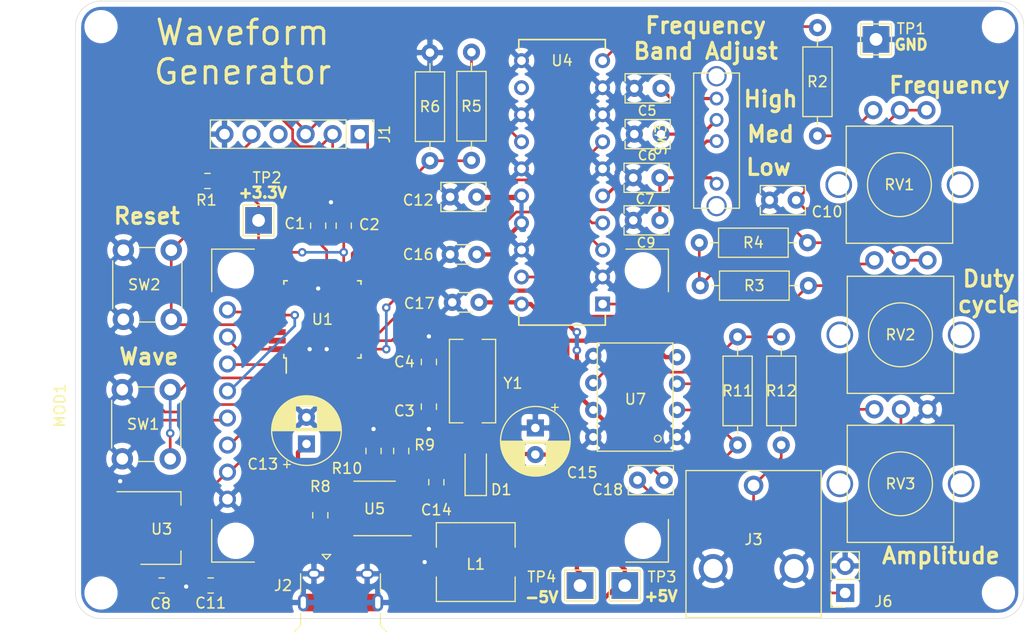
<source format=kicad_pcb>
(kicad_pcb (version 20171130) (host pcbnew "(5.1.2-1)-1")
  (layers (0 F.Cu signal) (31 B.Cu signal) (34 B.Paste user) (35 F.Paste user) (36 B.SilkS user) (37 F.SilkS user) (38 B.Mask user) (39 F.Mask user) (44 Edge.Cuts user))
  (net 0 "")
  (net 1 GND)
  (net 2 "Net-(C1-Pad1)")
  (net 3 "Net-(C5-Pad1)")
  (net 4 -5V)
  (net 5 +5V)
  (net 6 "Net-(D1-Pad1)")
  (net 7 /SCK)
  (net 8 /MOSI)
  (net 9 "Net-(J3-Pad1)")
  (net 10 /WS_0)
  (net 11 /WS_1)
  (net 12 /sync)
  (net 13 /DC)
  (net 14 /CS)
  (net 15 "Net-(C3-Pad2)")
  (net 16 "Net-(C4-Pad1)")
  (net 17 "Net-(C7-Pad1)")
  (net 18 "Net-(C14-Pad1)")
  (net 19 "Net-(J1-Pad5)")
  (net 20 "Net-(J1-Pad1)")
  (net 21 "Net-(J2-Pad4)")
  (net 22 "Net-(J2-Pad3)")
  (net 23 "Net-(J2-Pad2)")
  (net 24 "Net-(R5-Pad1)")
  (net 25 "Net-(R8-Pad1)")
  (net 26 "Net-(SW1-Pad1)")
  (net 27 "Net-(SW3-Pad2)")
  (net 28 "Net-(U1-Pad12)")
  (net 29 "Net-(U1-Pad13)")
  (net 30 "Net-(U1-Pad14)")
  (net 31 "Net-(U1-Pad19)")
  (net 32 "Net-(U1-Pad22)")
  (net 33 "Net-(U1-Pad23)")
  (net 34 "Net-(U1-Pad24)")
  (net 35 "Net-(U1-Pad25)")
  (net 36 "Net-(U1-Pad26)")
  (net 37 "Net-(U1-Pad27)")
  (net 38 "Net-(U1-Pad30)")
  (net 39 /reset)
  (net 40 "Net-(U1-Pad31)")
  (net 41 +3V3)
  (net 42 "Net-(C6-Pad1)")
  (net 43 "Net-(C10-Pad1)")
  (net 44 "Net-(R3-Pad2)")
  (net 45 "Net-(R4-Pad2)")
  (net 46 "Net-(R2-Pad1)")
  (net 47 "Net-(R2-Pad2)")
  (net 48 "Net-(J1-Pad2)")
  (net 49 "Net-(C18-Pad2)")
  (net 50 "Net-(C18-Pad1)")
  (net 51 "Net-(RV3-Pad2)")
  (net 52 "Net-(RV3-Pad3)")
  (net 53 "Net-(R10-Pad1)")
  (net 54 "Net-(U4-Pad12)")
  (module wavegenerator_v1:SP3T_OS103011MS8QP1 (layer F.Cu) (at 105.8 55.1 90)
    (fp_text reference SW3 (at 0.1 -5.3 90) (layer F.SilkS))
    (fp_text value SP3T)
    (pad "" thru_hole circle (at 6.04 -0.08 90) (size 1.9 1.9) (drill 1.5) (layers *.Cu *.Mask))
    (pad 4 thru_hole circle (at 3.94 -0.08 90) (size 1.3 1.3) (drill 0.8) (layers *.Cu *.Mask) (net 3 "Net-(C5-Pad1)"))
    (pad 3 thru_hole circle (at 1.94 -0.08 90) (size 1.3 1.3) (drill 0.8) (layers *.Cu *.Mask) (net 42 "Net-(C6-Pad1)"))
    (pad 2 thru_hole circle (at -0.06 -0.08 90) (size 1.3 1.3) (drill 0.8) (layers *.Cu *.Mask) (net 27 "Net-(SW3-Pad2)"))
    (pad 1 thru_hole circle (at -4.06 -0.08 90) (size 1.3 1.3) (drill 0.762) (layers *.Cu *.Mask) (net 17 "Net-(C7-Pad1)"))
    (pad "" thru_hole circle (at -6.16 -0.08 90) (size 1.9 1.9) (drill 1.5) (layers *.Cu *.Mask))
  )
  (module wavegenerator_v1:TFT_LCD_ST7735 (layer F.Cu) (at 53.7 80 90)
    (fp_text reference MOD1 (at 0 -9.66 90) (layer F.SilkS))
    (fp_text value TFT_LCD)
    (pad 8 thru_hole circle (at 8.99 6.08 90) (size 1.6 1.6) (drill 1) (layers *.Cu *.Mask) (net 41 +3V3))
    (pad 7 thru_hole circle (at 6.45 6.08 90) (size 1.6 1.6) (drill 1) (layers *.Cu *.Mask) (net 14 /CS))
    (pad 6 thru_hole circle (at 3.91 6.08 90) (size 1.6 1.6) (drill 1) (layers *.Cu *.Mask) (net 13 /DC))
    (pad 5 thru_hole circle (at 1.37 6.08 90) (size 1.6 1.6) (drill 1) (layers *.Cu *.Mask) (net 39 /reset))
    (pad 4 thru_hole circle (at -1.17 6.08 90) (size 1.6 1.6) (drill 1) (layers *.Cu *.Mask) (net 8 /MOSI))
    (pad 3 thru_hole circle (at -3.71 6.08 90) (size 1.6 1.6) (drill 1) (layers *.Cu *.Mask) (net 7 /SCK))
    (pad 2 thru_hole circle (at -6.25 6.08 90) (size 1.6 1.6) (drill 1) (layers *.Cu *.Mask) (net 41 +3V3))
    (pad "" np_thru_hole circle (at 12.7 45.1 90) (size 2.4 2.4) (drill 2.4) (layers *.Cu *.Mask))
    (pad "" np_thru_hole circle (at -12.7 45.1 90) (size 2.4 2.4) (drill 2.4) (layers *.Cu *.Mask))
    (pad "" np_thru_hole circle (at 12.7 6.86 90) (size 2.4 2.4) (drill 2.4) (layers *.Cu *.Mask))
    (pad "" np_thru_hole circle (at -12.7 6.86 90) (size 2.4 2.4) (drill 2.4) (layers *.Cu *.Mask))
    (pad 1 thru_hole circle (at -8.79 6.08 90) (size 1.6 1.6) (drill 1) (layers *.Cu *.Mask) (net 1 GND))
  )
  (module wavegenerator_v1:BNC_connector_731000105 (layer F.Cu) (at 109.2 87.5)
    (fp_text reference J3 (at 0 5.08) (layer F.SilkS))
    (fp_text value Conn_Coaxial)
    (pad 1 thru_hole circle (at 0 0) (size 1.824 1.824) (drill 1.1) (layers *.Cu *.Mask) (net 9 "Net-(J3-Pad1)"))
    (pad 2 thru_hole circle (at 3.8 7.8) (size 2.7 2.7) (drill 1.8) (layers *.Cu *.Mask) (net 1 GND))
    (pad 2 thru_hole circle (at -3.8 7.8) (size 2.7 2.7) (drill 1.8) (layers *.Cu *.Mask) (net 1 GND))
  )
  (module wavegenerator_v1:01x06_pin_header (layer F.Cu) (at 72.2 54.5 270)
    (fp_text reference J1 (at 0 -2.33 90) (layer F.SilkS))
    (fp_text value 01x06)
    (pad 6 thru_hole oval (at 0 12.7 270) (size 1.7 1.7) (drill 1) (layers *.Cu *.Mask) (net 1 GND))
    (pad 5 thru_hole oval (at 0 10.16 270) (size 1.7 1.7) (drill 1) (layers *.Cu *.Mask) (net 19 "Net-(J1-Pad5)"))
    (pad 2 thru_hole oval (at 0 7.62 270) (size 1.7 1.7) (drill 1) (layers *.Cu *.Mask) (net 48 "Net-(J1-Pad2)"))
    (pad 4 thru_hole oval (at 0 5.08 270) (size 1.7 1.7) (drill 1) (layers *.Cu *.Mask) (net 8 /MOSI))
    (pad 3 thru_hole oval (at 0 2.54 270) (size 1.7 1.7) (drill 1) (layers *.Cu *.Mask) (net 7 /SCK))
    (pad 1 thru_hole rect (at 0 0 270) (size 1.7 1.7) (drill 1) (layers *.Cu *.Mask) (net 20 "Net-(J1-Pad1)"))
  )
  (module wavegenerator_v1:LM318N (layer F.Cu) (at 98.2 89.3 180)
    (fp_text reference U7 (at 0.1 9.9) (layer F.SilkS))
    (fp_text value LM318N)
    (pad 5 thru_hole circle (at 4.06 13.97 180) (size 1.524 1.524) (drill 0.762) (layers *.Cu *.Mask) (net 1 GND))
    (pad 6 thru_hole circle (at 4.06 11.43 180) (size 1.524 1.524) (drill 0.762) (layers *.Cu *.Mask) (net 49 "Net-(C18-Pad2)"))
    (pad 7 thru_hole circle (at 4.06 8.89 180) (size 1.524 1.524) (drill 0.762) (layers *.Cu *.Mask) (net 5 +5V))
    (pad 8 thru_hole circle (at 4.06 6.35 180) (size 1.524 1.524) (drill 0.762) (layers *.Cu *.Mask) (net 1 GND))
    (pad 4 thru_hole circle (at -3.81 13.85 180) (size 1.524 1.524) (drill 0.762) (layers *.Cu *.Mask) (net 4 -5V))
    (pad 3 thru_hole circle (at -3.81 11.35 180) (size 1.524 1.524) (drill 0.762) (layers *.Cu *.Mask) (net 51 "Net-(RV3-Pad2)"))
    (pad 2 thru_hole circle (at -3.81 8.89 180) (size 1.524 1.524) (drill 0.762) (layers *.Cu *.Mask) (net 50 "Net-(C18-Pad1)"))
    (pad 1 thru_hole circle (at -3.81 6.35 180) (size 1.524 1.524) (drill 0.762) (layers *.Cu *.Mask) (net 1 GND))
  )
  (module Resistor_THT:R_Axial_DIN0207_L6.3mm_D2.5mm_P10.16mm_Horizontal (layer F.Cu) (at 111.8 83.7 90)
    (fp_text reference R12 (at 5.08 0 180) (layer F.SilkS))
    (fp_text value 560)
    (pad 2 thru_hole oval (at 10.16 0 90) (size 1.6 1.6) (drill 0.8) (layers *.Cu *.Mask) (net 49 "Net-(C18-Pad2)"))
    (pad 1 thru_hole circle (at 0 0 90) (size 1.6 1.6) (drill 0.8) (layers *.Cu *.Mask) (net 9 "Net-(J3-Pad1)"))
  )
  (module Capacitor_THT:C_Rect_L4.0mm_W2.5mm_P2.50mm (layer F.Cu) (at 98.3 87)
    (fp_text reference C18 (at -2.8 0.9) (layer F.SilkS))
    (fp_text value 5pF)
    (pad 2 thru_hole circle (at 2.5 0) (size 1.6 1.6) (drill 0.8) (layers *.Cu *.Mask) (net 49 "Net-(C18-Pad2)"))
    (pad 1 thru_hole circle (at 0 0) (size 1.6 1.6) (drill 0.8) (layers *.Cu *.Mask) (net 50 "Net-(C18-Pad1)"))
  )
  (module MountingHole:MountingHole_2.1mm (layer F.Cu) (at 132.2 44.4)
    (fp_text reference H1 hide)
    (fp_text value 2.1mm)
    (pad "" np_thru_hole circle (at 0 0) (size 2.1 2.1) (drill 2.1) (layers *.Cu *.Mask))
  )
  (module wavegenerator_v1:Potentiometer_PTV09A (layer F.Cu) (at 123.04 87.35 180)
    (fp_text reference RV3 (at 0.04 0) (layer F.SilkS))
    (fp_text value 10k)
    (pad "" thru_hole circle (at 5.74 0 180) (size 2.5 2.5) (drill 2) (layers *.Cu *.Mask))
    (pad "" thru_hole circle (at -5.66 0 180) (size 2.5 2.5) (drill 2) (layers *.Cu *.Mask))
    (pad 3 thru_hole circle (at 2.5 7 180) (size 1.7 1.7) (drill 1) (layers *.Cu *.Mask) (net 52 "Net-(RV3-Pad3)"))
    (pad 2 thru_hole circle (at 0 7 180) (size 1.7 1.7) (drill 1) (layers *.Cu *.Mask) (net 51 "Net-(RV3-Pad2)"))
    (pad 1 thru_hole circle (at -2.5 7 180) (size 1.7 1.7) (drill 1) (layers *.Cu *.Mask) (net 1 GND))
  )
  (module wavegenerator_v1:Potentiometer_PTV09A (layer F.Cu) (at 123.04 73.35 180)
    (fp_text reference RV2 (at 0.04 0) (layer F.SilkS))
    (fp_text value 20k)
    (pad "" thru_hole circle (at 5.74 0 180) (size 2.5 2.5) (drill 2) (layers *.Cu *.Mask))
    (pad "" thru_hole circle (at -5.66 0 180) (size 2.5 2.5) (drill 2) (layers *.Cu *.Mask))
    (pad 3 thru_hole circle (at 2.5 7 180) (size 1.7 1.7) (drill 1) (layers *.Cu *.Mask) (net 44 "Net-(R3-Pad2)"))
    (pad 2 thru_hole circle (at 0 7 180) (size 1.7 1.7) (drill 1) (layers *.Cu *.Mask) (net 45 "Net-(R4-Pad2)"))
    (pad 1 thru_hole circle (at -2.5 7 180) (size 1.7 1.7) (drill 1) (layers *.Cu *.Mask) (net 45 "Net-(R4-Pad2)"))
  )
  (module wavegenerator_v1:Potentiometer_PTV09A (layer F.Cu) (at 122.94 59.25 180)
    (fp_text reference RV1 (at 0.04 0) (layer F.SilkS))
    (fp_text value 500k)
    (pad "" thru_hole circle (at 5.74 0 180) (size 2.5 2.5) (drill 2) (layers *.Cu *.Mask))
    (pad "" thru_hole circle (at -5.66 0 180) (size 2.5 2.5) (drill 2) (layers *.Cu *.Mask))
    (pad 3 thru_hole circle (at 2.5 7 180) (size 1.7 1.7) (drill 1) (layers *.Cu *.Mask) (net 47 "Net-(R2-Pad2)"))
    (pad 2 thru_hole circle (at 0 7 180) (size 1.7 1.7) (drill 1) (layers *.Cu *.Mask) (net 43 "Net-(C10-Pad1)"))
    (pad 1 thru_hole circle (at -2.5 7 180) (size 1.7 1.7) (drill 1) (layers *.Cu *.Mask) (net 43 "Net-(C10-Pad1)"))
  )
  (module Crystal:Crystal_SMD_ECS_CSM3X-2Pin_7.6x4.1mm (layer F.Cu) (at 82.8 77.7 270)
    (fp_text reference Y1 (at 0.2 -3.8 180) (layer F.SilkS))
    (fp_text value 16MHz)
    (pad 2 smd rect (at 2.75 0 270) (size 3.5 1.2) (layers F.Cu F.Paste F.Mask) (net 15 "Net-(C3-Pad2)"))
    (pad 1 smd rect (at -2.75 0 270) (size 3.5 1.2) (layers F.Cu F.Paste F.Mask) (net 16 "Net-(C4-Pad1)"))
  )
  (module Inductor_SMD:L_7.3x7.3_H3.5 (layer F.Cu) (at 83.1 94.7 180)
    (fp_text reference L1 (at 0 -0.2) (layer F.SilkS))
    (fp_text value 82uH)
    (pad 2 smd rect (at 3.2 0 180) (size 1.5 2.2) (layers F.Cu F.Paste F.Mask) (net 1 GND))
    (pad 1 smd rect (at -3.2 0 180) (size 1.5 2.2) (layers F.Cu F.Paste F.Mask) (net 6 "Net-(D1-Pad1)"))
  )
  (module Diode_SMD:D_SOD-123 (layer F.Cu) (at 83.1 86.2 90)
    (fp_text reference D1 (at -1.7 2.4 180) (layer F.SilkS))
    (fp_text value 1N5819)
    (pad 2 smd rect (at 1.65 0 90) (size 0.9 1.2) (layers F.Cu F.Paste F.Mask) (net 4 -5V))
    (pad 1 smd rect (at -1.65 0 90) (size 0.9 1.2) (layers F.Cu F.Paste F.Mask) (net 6 "Net-(D1-Pad1)"))
  )
  (module Resistor_SMD:R_0805_2012Metric (layer F.Cu) (at 73.5 84.26 90)
    (fp_text reference R10 (at -1.64 -2.5 180) (layer F.SilkS))
    (fp_text value 10k)
    (pad 2 smd roundrect (at 0.9375 0 90) (size 0.975 1.4) (layers F.Cu F.Paste F.Mask) (net 1 GND))
    (pad 1 smd roundrect (at -0.9375 0 90) (size 0.975 1.4) (layers F.Cu F.Paste F.Mask) (net 53 "Net-(R10-Pad1)"))
  )
  (module Resistor_SMD:R_0805_2012Metric (layer F.Cu) (at 76.1 84.26 90)
    (fp_text reference R9 (at 0.56 2.2 180) (layer F.SilkS))
    (fp_text value 3.32k)
    (pad 2 smd roundrect (at 0.9375 0 90) (size 0.975 1.4) (layers F.Cu F.Paste F.Mask) (net 4 -5V))
    (pad 1 smd roundrect (at -0.9375 0 90) (size 0.975 1.4) (layers F.Cu F.Paste F.Mask) (net 53 "Net-(R10-Pad1)"))
  )
  (module Capacitor_SMD:C_0805_2012Metric (layer F.Cu) (at 58.2 96.9 180)
    (fp_text reference C11 (at 0 -1.65) (layer F.SilkS))
    (fp_text value 0.1uF)
    (pad 2 smd roundrect (at 0.9375 0 180) (size 0.975 1.4) (layers F.Cu F.Paste F.Mask) (net 1 GND))
    (pad 1 smd roundrect (at -0.9375 0 180) (size 0.975 1.4) (layers F.Cu F.Paste F.Mask) (net 41 +3V3))
  )
  (module Capacitor_SMD:C_0805_2012Metric (layer F.Cu) (at 53.6 96.9)
    (fp_text reference C8 (at -0.1 1.7) (layer F.SilkS))
    (fp_text value 0.1uF)
    (pad 2 smd roundrect (at 0.9375 0) (size 0.975 1.4) (layers F.Cu F.Paste F.Mask) (net 1 GND))
    (pad 1 smd roundrect (at -0.9375 0) (size 0.975 1.4) (layers F.Cu F.Paste F.Mask) (net 5 +5V))
  )
  (module Capacitor_THT:C_Rect_L4.0mm_W2.5mm_P2.50mm (layer F.Cu) (at 100.4 62.6 180)
    (fp_text reference C9 (at 1.3 -2.1) (layer F.SilkS) (effects (font (size 0.9 0.9))))
    (fp_text value 220pF)
    (pad 2 thru_hole circle (at 2.5 0 180) (size 1.6 1.6) (drill 0.8) (layers *.Cu *.Mask) (net 1 GND))
    (pad 1 thru_hole circle (at 0 0 180) (size 1.6 1.6) (drill 0.8) (layers *.Cu *.Mask) (net 17 "Net-(C7-Pad1)"))
  )
  (module Capacitor_THT:C_Rect_L4.0mm_W2.5mm_P2.50mm (layer F.Cu) (at 83.2 60.4 180)
    (fp_text reference C12 (at 5.5 -0.3) (layer F.SilkS))
    (fp_text value 1uF)
    (pad 2 thru_hole circle (at 2.5 0 180) (size 1.6 1.6) (drill 0.8) (layers *.Cu *.Mask) (net 1 GND))
    (pad 1 thru_hole circle (at 0 0 180) (size 1.6 1.6) (drill 0.8) (layers *.Cu *.Mask) (net 5 +5V))
  )
  (module Capacitor_THT:C_Rect_L4.0mm_W2.5mm_P2.50mm (layer F.Cu) (at 113.2 60.7 180)
    (fp_text reference C10 (at -2.9 -1.1) (layer F.SilkS))
    (fp_text value 1uF)
    (pad 2 thru_hole circle (at 2.5 0 180) (size 1.6 1.6) (drill 0.8) (layers *.Cu *.Mask) (net 1 GND))
    (pad 1 thru_hole circle (at 0 0 180) (size 1.6 1.6) (drill 0.8) (layers *.Cu *.Mask) (net 43 "Net-(C10-Pad1)"))
  )
  (module Capacitor_THT:C_Rect_L4.0mm_W2.5mm_P2.50mm (layer F.Cu) (at 100.4 58.6 180)
    (fp_text reference C7 (at 1.4 -2) (layer F.SilkS) (effects (font (size 0.9 0.9))))
    (fp_text value 15pF)
    (pad 2 thru_hole circle (at 2.5 0 180) (size 1.6 1.6) (drill 0.8) (layers *.Cu *.Mask) (net 1 GND))
    (pad 1 thru_hole circle (at 0 0 180) (size 1.6 1.6) (drill 0.8) (layers *.Cu *.Mask) (net 17 "Net-(C7-Pad1)"))
  )
  (module Capacitor_THT:C_Rect_L4.0mm_W2.5mm_P2.50mm (layer F.Cu) (at 100.5 54.5 180)
    (fp_text reference C6 (at 1.3 -2) (layer F.SilkS) (effects (font (size 0.9 0.9))))
    (fp_text value 33nF)
    (pad 2 thru_hole circle (at 2.5 0 180) (size 1.6 1.6) (drill 0.8) (layers *.Cu *.Mask) (net 1 GND))
    (pad 1 thru_hole circle (at 0 0 180) (size 1.6 1.6) (drill 0.8) (layers *.Cu *.Mask) (net 42 "Net-(C6-Pad1)"))
  )
  (module Capacitor_THT:C_Rect_L4.0mm_W2.5mm_P2.50mm (layer F.Cu) (at 100.5 50.2 180)
    (fp_text reference C5 (at 1.3 -2.1) (layer F.SilkS) (effects (font (size 0.9 0.9))))
    (fp_text value 4.7uF)
    (pad 2 thru_hole circle (at 2.5 0 180) (size 1.6 1.6) (drill 0.8) (layers *.Cu *.Mask) (net 1 GND))
    (pad 1 thru_hole circle (at 0 0 180) (size 1.6 1.6) (drill 0.8) (layers *.Cu *.Mask) (net 3 "Net-(C5-Pad1)"))
  )
  (module MountingHole:MountingHole_2.1mm (layer F.Cu) (at 132.2 97.6)
    (fp_text reference H2 hide)
    (fp_text value 2.1mm)
    (pad "" np_thru_hole circle (at 0 0) (size 2.1 2.1) (drill 2.1) (layers *.Cu *.Mask))
  )
  (module Capacitor_SMD:C_0805_2012Metric (layer F.Cu) (at 68.3 63.1 90)
    (fp_text reference C1 (at 0.2 -2.2 180) (layer F.SilkS))
    (fp_text value 100nF)
    (pad 2 smd roundrect (at 0.9375 0 90) (size 0.975 1.4) (layers F.Cu F.Paste F.Mask) (net 1 GND))
    (pad 1 smd roundrect (at -0.9375 0 90) (size 0.975 1.4) (layers F.Cu F.Paste F.Mask) (net 2 "Net-(C1-Pad1)"))
  )
  (module wavegenerator_v1:MAX038CPP-W (layer F.Cu) (at 87.4 47.6 180)
    (fp_text reference U4 (at -3.81 0) (layer F.SilkS))
    (fp_text value MAX038CPP hide)
    (pad 1 thru_hole rect (at -7.62 -22.86 180) (size 1.397 1.397) (drill 0.8128) (layers *.Cu *.Mask) (net 43 "Net-(C10-Pad1)"))
    (pad 2 thru_hole circle (at -7.62 -20.32 180) (size 1.397 1.397) (drill 0.8128) (layers *.Cu *.Mask) (net 1 GND))
    (pad 3 thru_hole circle (at -7.62 -17.78 180) (size 1.397 1.397) (drill 0.8128) (layers *.Cu *.Mask) (net 10 /WS_0))
    (pad 4 thru_hole circle (at -7.62 -15.24 180) (size 1.397 1.397) (drill 0.8128) (layers *.Cu *.Mask) (net 11 /WS_1))
    (pad 5 thru_hole circle (at -7.62 -12.7 180) (size 1.397 1.397) (drill 0.8128) (layers *.Cu *.Mask) (net 27 "Net-(SW3-Pad2)"))
    (pad 6 thru_hole circle (at -7.62 -10.16 180) (size 1.397 1.397) (drill 0.8128) (layers *.Cu *.Mask) (net 1 GND))
    (pad 7 thru_hole circle (at -7.62 -7.62 180) (size 1.397 1.397) (drill 0.8128) (layers *.Cu *.Mask) (net 45 "Net-(R4-Pad2)"))
    (pad 8 thru_hole circle (at -7.62 -5.08 180) (size 1.397 1.397) (drill 0.8128) (layers *.Cu *.Mask) (net 1 GND))
    (pad 9 thru_hole circle (at -7.62 -2.54 180) (size 1.397 1.397) (drill 0.8128) (layers *.Cu *.Mask) (net 1 GND))
    (pad 10 thru_hole circle (at -7.62 0 180) (size 1.397 1.397) (drill 0.8128) (layers *.Cu *.Mask) (net 46 "Net-(R2-Pad1)"))
    (pad 11 thru_hole circle (at 0 0 180) (size 1.397 1.397) (drill 0.8128) (layers *.Cu *.Mask) (net 1 GND))
    (pad 12 thru_hole circle (at 0 -2.54 180) (size 1.397 1.397) (drill 0.8128) (layers *.Cu *.Mask) (net 54 "Net-(U4-Pad12)"))
    (pad 13 thru_hole circle (at 0 -5.08 180) (size 1.397 1.397) (drill 0.8128) (layers *.Cu *.Mask) (net 1 GND))
    (pad 14 thru_hole circle (at 0 -7.62 180) (size 1.397 1.397) (drill 0.8128) (layers *.Cu *.Mask) (net 24 "Net-(R5-Pad1)"))
    (pad 15 thru_hole circle (at 0 -10.16 180) (size 1.397 1.397) (drill 0.8128) (layers *.Cu *.Mask) (net 1 GND))
    (pad 16 thru_hole circle (at 0 -12.7 180) (size 1.397 1.397) (drill 0.8128) (layers *.Cu *.Mask) (net 5 +5V))
    (pad 17 thru_hole circle (at 0 -15.24 180) (size 1.397 1.397) (drill 0.8128) (layers *.Cu *.Mask) (net 5 +5V))
    (pad 18 thru_hole circle (at 0 -17.78 180) (size 1.397 1.397) (drill 0.8128) (layers *.Cu *.Mask) (net 1 GND))
    (pad 19 thru_hole circle (at 0 -20.32 180) (size 1.397 1.397) (drill 0.8128) (layers *.Cu *.Mask) (net 52 "Net-(RV3-Pad3)"))
    (pad 20 thru_hole circle (at 0 -22.86 180) (size 1.397 1.397) (drill 0.8128) (layers *.Cu *.Mask) (net 4 -5V))
  )
  (module Resistor_SMD:R_0805_2012Metric (layer F.Cu) (at 68.5 90.3 90)
    (fp_text reference R8 (at 2.7 0 180) (layer F.SilkS))
    (fp_text value 0.24)
    (pad 2 smd roundrect (at 0.9375 0 90) (size 0.975 1.4) (layers F.Cu F.Paste F.Mask) (net 5 +5V))
    (pad 1 smd roundrect (at -0.9375 0 90) (size 0.975 1.4) (layers F.Cu F.Paste F.Mask) (net 25 "Net-(R8-Pad1)"))
  )
  (module Resistor_SMD:R_0805_2012Metric (layer F.Cu) (at 57.9 58.9 180)
    (fp_text reference R1 (at 0.1 -1.8) (layer F.SilkS))
    (fp_text value 10k)
    (pad 2 smd roundrect (at 0.9375 0 180) (size 0.975 1.4) (layers F.Cu F.Paste F.Mask) (net 19 "Net-(J1-Pad5)"))
    (pad 1 smd roundrect (at -0.9375 0 180) (size 0.975 1.4) (layers F.Cu F.Paste F.Mask) (net 41 +3V3))
  )
  (module Capacitor_THT:CP_Radial_D6.3mm_P2.50mm (layer F.Cu) (at 88.7 82.1 270)
    (fp_text reference C15 (at 4.2 -4.4 180) (layer F.SilkS))
    (fp_text value 1000uF)
    (pad 2 thru_hole circle (at 2.5 0 270) (size 1.6 1.6) (drill 0.8) (layers *.Cu *.Mask) (net 4 -5V))
    (pad 1 thru_hole rect (at 0 0 270) (size 1.6 1.6) (drill 0.8) (layers *.Cu *.Mask) (net 1 GND))
  )
  (module Capacitor_SMD:C_0805_2012Metric (layer F.Cu) (at 79.4 87.2 90)
    (fp_text reference C14 (at -2.6 0 180) (layer F.SilkS))
    (fp_text value 1500pF)
    (pad 2 smd roundrect (at 0.9375 0 90) (size 0.975 1.4) (layers F.Cu F.Paste F.Mask) (net 4 -5V))
    (pad 1 smd roundrect (at -0.9375 0 90) (size 0.975 1.4) (layers F.Cu F.Paste F.Mask) (net 18 "Net-(C14-Pad1)"))
  )
  (module Capacitor_THT:CP_Radial_D6.3mm_P2.50mm (layer F.Cu) (at 67.2 83.6 90)
    (fp_text reference C13 (at -1.9 -4.1 180) (layer F.SilkS))
    (fp_text value 100uF)
    (pad 2 thru_hole circle (at 2.5 0 90) (size 1.6 1.6) (drill 0.8) (layers *.Cu *.Mask) (net 1 GND))
    (pad 1 thru_hole rect (at 0 0 90) (size 1.6 1.6) (drill 0.8) (layers *.Cu *.Mask) (net 5 +5V))
  )
  (module Capacitor_SMD:C_0805_2012Metric (layer F.Cu) (at 78.7 75.9 90)
    (fp_text reference C4 (at 0 -2.3 180) (layer F.SilkS))
    (fp_text value 12pF)
    (pad 2 smd roundrect (at 0.9375 0 90) (size 0.975 1.4) (layers F.Cu F.Paste F.Mask) (net 1 GND))
    (pad 1 smd roundrect (at -0.9375 0 90) (size 0.975 1.4) (layers F.Cu F.Paste F.Mask) (net 16 "Net-(C4-Pad1)"))
  )
  (module Capacitor_SMD:C_0805_2012Metric (layer F.Cu) (at 78.7 80.1 90)
    (fp_text reference C3 (at -0.4 -2.3 180) (layer F.SilkS))
    (fp_text value 12pF)
    (pad 2 smd roundrect (at 0.9375 0 90) (size 0.975 1.4) (layers F.Cu F.Paste F.Mask) (net 15 "Net-(C3-Pad2)"))
    (pad 1 smd roundrect (at -0.9375 0 90) (size 0.975 1.4) (layers F.Cu F.Paste F.Mask) (net 1 GND))
  )
  (module Capacitor_SMD:C_0805_2012Metric (layer F.Cu) (at 70.7 63.1 270)
    (fp_text reference C2 (at -0.1 -2.4 180) (layer F.SilkS))
    (fp_text value 100nF)
    (pad 2 smd roundrect (at 0.9375 0 270) (size 0.975 1.4) (layers F.Cu F.Paste F.Mask) (net 41 +3V3))
    (pad 1 smd roundrect (at -0.9375 0 270) (size 0.975 1.4) (layers F.Cu F.Paste F.Mask) (net 1 GND))
  )
  (module Package_TO_SOT_SMD:SOT-223-3_TabPin2 (layer F.Cu) (at 53.5 91.5)
    (fp_text reference U3 (at 0.1 0.1) (layer F.SilkS))
    (fp_text value LinReg)
    (pad 1 smd rect (at -3.15 -2.3) (size 2 1.5) (layers F.Cu F.Paste F.Mask) (net 1 GND))
    (pad 3 smd rect (at -3.15 2.3) (size 2 1.5) (layers F.Cu F.Paste F.Mask) (net 5 +5V))
    (pad 2 smd rect (at -3.15 0) (size 2 1.5) (layers F.Cu F.Paste F.Mask) (net 41 +3V3))
    (pad 2 smd rect (at 3.15 0) (size 2 3.8) (layers F.Cu F.Paste F.Mask) (net 41 +3V3))
  )
  (module Resistor_THT:R_Axial_DIN0207_L6.3mm_D2.5mm_P10.16mm_Horizontal (layer F.Cu) (at 114.35 68.73 180)
    (fp_text reference R3 hide)
    (fp_text value 560 hide)
    (fp_text user %R (at 5.08 0 180) (layer F.SilkS))
    (pad 2 thru_hole oval (at 10.16 0 180) (size 1.6 1.6) (drill 0.8) (layers *.Cu *.Mask) (net 44 "Net-(R3-Pad2)"))
    (pad 1 thru_hole circle (at 0 0 180) (size 1.6 1.6) (drill 0.8) (layers *.Cu *.Mask) (net 43 "Net-(C10-Pad1)"))
  )
  (module Package_SO:SOIC-8_3.9x4.9mm_P1.27mm (layer F.Cu) (at 73.595 89.66 180)
    (fp_text reference U5 (at 0 -0.04) (layer F.SilkS))
    (fp_text value MC33063AD)
    (pad 1 smd roundrect (at -2.475 -1.905 180) (size 1.95 0.6) (layers F.Cu F.Paste F.Mask) (net 25 "Net-(R8-Pad1)"))
    (pad 2 smd roundrect (at -2.475 -0.635 180) (size 1.95 0.6) (layers F.Cu F.Paste F.Mask) (net 6 "Net-(D1-Pad1)"))
    (pad 3 smd roundrect (at -2.475 0.635 180) (size 1.95 0.6) (layers F.Cu F.Paste F.Mask) (net 18 "Net-(C14-Pad1)"))
    (pad 4 smd roundrect (at -2.475 1.905 180) (size 1.95 0.6) (layers F.Cu F.Paste F.Mask) (net 4 -5V))
    (pad 5 smd roundrect (at 2.475 1.905 180) (size 1.95 0.6) (layers F.Cu F.Paste F.Mask) (net 53 "Net-(R10-Pad1)"))
    (pad 6 smd roundrect (at 2.475 0.635 180) (size 1.95 0.6) (layers F.Cu F.Paste F.Mask) (net 5 +5V))
    (pad 7 smd roundrect (at 2.475 -0.635 180) (size 1.95 0.6) (layers F.Cu F.Paste F.Mask) (net 25 "Net-(R8-Pad1)"))
    (pad 8 smd roundrect (at 2.475 -1.905 180) (size 1.95 0.6) (layers F.Cu F.Paste F.Mask) (net 25 "Net-(R8-Pad1)"))
  )
  (module TestPoint:TestPoint_THTPad_2.5x2.5mm_Drill1.2mm (layer F.Cu) (at 120.7 45.6)
    (fp_text reference TP1 (at 3.3 -1) (layer F.SilkS))
    (fp_text value GND)
    (pad 1 thru_hole rect (at 0 0) (size 2.5 2.5) (drill 1.2) (layers *.Cu *.Mask) (net 1 GND))
  )
  (module TestPoint:TestPoint_THTPad_2.5x2.5mm_Drill1.2mm (layer F.Cu) (at 92.9 96.9)
    (fp_text reference TP4 (at -3.6 -0.8) (layer F.SilkS))
    (fp_text value -5V)
    (pad 1 thru_hole rect (at 0 0) (size 2.5 2.5) (drill 1.2) (layers *.Cu *.Mask) (net 4 -5V))
  )
  (module TestPoint:TestPoint_THTPad_2.5x2.5mm_Drill1.2mm (layer F.Cu) (at 97.1 96.9)
    (fp_text reference TP3 (at 3.5 -0.8) (layer F.SilkS))
    (fp_text value "+5 V")
    (pad 1 thru_hole rect (at 0 0) (size 2.5 2.5) (drill 1.2) (layers *.Cu *.Mask) (net 5 +5V))
  )
  (module TestPoint:TestPoint_THTPad_2.5x2.5mm_Drill1.2mm (layer F.Cu) (at 62.7 62.6)
    (fp_text reference TP2 (at 0.8 -4) (layer F.SilkS))
    (fp_text value "3.3 V")
    (pad 1 thru_hole rect (at 0 0) (size 2.5 2.5) (drill 1.2) (layers *.Cu *.Mask) (net 41 +3V3))
  )
  (module Connector_PinSocket_2.54mm:PinSocket_1x02_P2.54mm_Vertical (layer F.Cu) (at 117.8 97.6 180)
    (fp_text reference J6 (at -3.6 -0.8) (layer F.SilkS))
    (fp_text value 1x2Pinheader)
    (pad 2 thru_hole oval (at 0 2.54 180) (size 1.7 1.7) (drill 1) (layers *.Cu *.Mask) (net 1 GND))
    (pad 1 thru_hole rect (at 0 0 180) (size 1.7 1.7) (drill 1) (layers *.Cu *.Mask) (net 9 "Net-(J3-Pad1)"))
  )
  (module MountingHole:MountingHole_2.1mm (layer F.Cu) (at 47.9 97.6)
    (fp_text reference H4 hide)
    (fp_text value 2.1mm)
    (pad "" np_thru_hole circle (at 0 0) (size 2.1 2.1) (drill 2.1) (layers *.Cu *.Mask))
  )
  (module MountingHole:MountingHole_2.1mm (layer F.Cu) (at 47.9 44.4)
    (fp_text reference H3 hide)
    (fp_text value 2.1mm)
    (pad "" np_thru_hole circle (at 0 0) (size 2.1 2.1) (drill 2.1) (layers *.Cu *.Mask))
  )
  (module Package_QFP:TQFP-32_7x7mm_P0.8mm (layer F.Cu) (at 68.7 71.9 90)
    (fp_text reference U1 (at 0 0 180) (layer F.SilkS))
    (fp_text value ATmega328P-AU)
    (pad 1 smd rect (at -4.25 -2.8 90) (size 1.6 0.55) (layers F.Cu F.Paste F.Mask) (net 13 /DC))
    (pad 2 smd rect (at -4.25 -2 90) (size 1.6 0.55) (layers F.Cu F.Paste F.Mask) (net 26 "Net-(SW1-Pad1)"))
    (pad 3 smd rect (at -4.25 -1.2 90) (size 1.6 0.55) (layers F.Cu F.Paste F.Mask) (net 1 GND))
    (pad 4 smd rect (at -4.25 -0.4 90) (size 1.6 0.55) (layers F.Cu F.Paste F.Mask) (net 41 +3V3))
    (pad 5 smd rect (at -4.25 0.4 90) (size 1.6 0.55) (layers F.Cu F.Paste F.Mask) (net 1 GND))
    (pad 6 smd rect (at -4.25 1.2 90) (size 1.6 0.55) (layers F.Cu F.Paste F.Mask) (net 41 +3V3))
    (pad 7 smd rect (at -4.25 2 90) (size 1.6 0.55) (layers F.Cu F.Paste F.Mask) (net 15 "Net-(C3-Pad2)"))
    (pad 8 smd rect (at -4.25 2.8 90) (size 1.6 0.55) (layers F.Cu F.Paste F.Mask) (net 16 "Net-(C4-Pad1)"))
    (pad 9 smd rect (at -2.8 4.25 180) (size 1.6 0.55) (layers F.Cu F.Paste F.Mask) (net 12 /sync))
    (pad 10 smd rect (at -2 4.25 180) (size 1.6 0.55) (layers F.Cu F.Paste F.Mask) (net 10 /WS_0))
    (pad 11 smd rect (at -1.2 4.25 180) (size 1.6 0.55) (layers F.Cu F.Paste F.Mask) (net 11 /WS_1))
    (pad 12 smd rect (at -0.4 4.25 180) (size 1.6 0.55) (layers F.Cu F.Paste F.Mask) (net 28 "Net-(U1-Pad12)"))
    (pad 13 smd rect (at 0.4 4.25 180) (size 1.6 0.55) (layers F.Cu F.Paste F.Mask) (net 29 "Net-(U1-Pad13)"))
    (pad 14 smd rect (at 1.2 4.25 180) (size 1.6 0.55) (layers F.Cu F.Paste F.Mask) (net 30 "Net-(U1-Pad14)"))
    (pad 15 smd rect (at 2 4.25 180) (size 1.6 0.55) (layers F.Cu F.Paste F.Mask) (net 8 /MOSI))
    (pad 16 smd rect (at 2.8 4.25 180) (size 1.6 0.55) (layers F.Cu F.Paste F.Mask) (net 20 "Net-(J1-Pad1)"))
    (pad 17 smd rect (at 4.25 2.8 90) (size 1.6 0.55) (layers F.Cu F.Paste F.Mask) (net 7 /SCK))
    (pad 18 smd rect (at 4.25 2 90) (size 1.6 0.55) (layers F.Cu F.Paste F.Mask) (net 41 +3V3))
    (pad 19 smd rect (at 4.25 1.2 90) (size 1.6 0.55) (layers F.Cu F.Paste F.Mask) (net 31 "Net-(U1-Pad19)"))
    (pad 20 smd rect (at 4.25 0.4 90) (size 1.6 0.55) (layers F.Cu F.Paste F.Mask) (net 2 "Net-(C1-Pad1)"))
    (pad 21 smd rect (at 4.25 -0.4 90) (size 1.6 0.55) (layers F.Cu F.Paste F.Mask) (net 1 GND))
    (pad 22 smd rect (at 4.25 -1.2 90) (size 1.6 0.55) (layers F.Cu F.Paste F.Mask) (net 32 "Net-(U1-Pad22)"))
    (pad 23 smd rect (at 4.25 -2 90) (size 1.6 0.55) (layers F.Cu F.Paste F.Mask) (net 33 "Net-(U1-Pad23)"))
    (pad 24 smd rect (at 4.25 -2.8 90) (size 1.6 0.55) (layers F.Cu F.Paste F.Mask) (net 34 "Net-(U1-Pad24)"))
    (pad 25 smd rect (at 2.8 -4.25 180) (size 1.6 0.55) (layers F.Cu F.Paste F.Mask) (net 35 "Net-(U1-Pad25)"))
    (pad 26 smd rect (at 2 -4.25 180) (size 1.6 0.55) (layers F.Cu F.Paste F.Mask) (net 36 "Net-(U1-Pad26)"))
    (pad 27 smd rect (at 1.2 -4.25 180) (size 1.6 0.55) (layers F.Cu F.Paste F.Mask) (net 37 "Net-(U1-Pad27)"))
    (pad 28 smd rect (at 0.4 -4.25 180) (size 1.6 0.55) (layers F.Cu F.Paste F.Mask) (net 39 /reset))
    (pad 29 smd rect (at -0.4 -4.25 180) (size 1.6 0.55) (layers F.Cu F.Paste F.Mask) (net 19 "Net-(J1-Pad5)"))
    (pad 30 smd rect (at -1.2 -4.25 180) (size 1.6 0.55) (layers F.Cu F.Paste F.Mask) (net 38 "Net-(U1-Pad30)"))
    (pad 31 smd rect (at -2 -4.25 180) (size 1.6 0.55) (layers F.Cu F.Paste F.Mask) (net 40 "Net-(U1-Pad31)"))
    (pad 32 smd rect (at -2.8 -4.25 180) (size 1.6 0.55) (layers F.Cu F.Paste F.Mask) (net 14 /CS))
  )
  (module Resistor_THT:R_Axial_DIN0207_L6.3mm_D2.5mm_P10.16mm_Horizontal (layer F.Cu) (at 82.7 46.8 270)
    (fp_text reference R5 (at 5.08 0 180) (layer F.SilkS))
    (fp_text value 470)
    (pad 2 thru_hole oval (at 10.16 0 270) (size 1.6 1.6) (drill 0.8) (layers *.Cu *.Mask) (net 12 /sync))
    (pad 1 thru_hole circle (at 0 0 270) (size 1.6 1.6) (drill 0.8) (layers *.Cu *.Mask) (net 24 "Net-(R5-Pad1)"))
  )
  (module Resistor_THT:R_Axial_DIN0207_L6.3mm_D2.5mm_P10.16mm_Horizontal (layer F.Cu) (at 78.8 57 90)
    (fp_text reference R6 (at 5.08 0 180) (layer F.SilkS))
    (fp_text value 1k)
    (pad 2 thru_hole oval (at 10.16 0 90) (size 1.6 1.6) (drill 0.8) (layers *.Cu *.Mask) (net 1 GND))
    (pad 1 thru_hole circle (at 0 0 90) (size 1.6 1.6) (drill 0.8) (layers *.Cu *.Mask) (net 12 /sync))
  )
  (module Resistor_THT:R_Axial_DIN0207_L6.3mm_D2.5mm_P10.16mm_Horizontal (layer F.Cu) (at 104.1 64.7)
    (fp_text reference R4 (at 5.08 0) (layer F.SilkS))
    (fp_text value 180k hide)
    (pad 1 thru_hole circle (at 0 0) (size 1.6 1.6) (drill 0.8) (layers *.Cu *.Mask) (net 44 "Net-(R3-Pad2)"))
    (pad 2 thru_hole oval (at 10.16 0) (size 1.6 1.6) (drill 0.8) (layers *.Cu *.Mask) (net 45 "Net-(R4-Pad2)"))
  )
  (module Button_Switch_THT:SW_PUSH_6mm (layer F.Cu) (at 54.5 65.4 270)
    (fp_text reference SW2 (at 3.25 2.54 180) (layer F.SilkS))
    (fp_text value button)
    (pad 1 thru_hole circle (at 6.5 0) (size 2 2) (drill 1.1) (layers *.Cu *.Mask) (net 19 "Net-(J1-Pad5)"))
    (pad 2 thru_hole circle (at 6.5 4.5) (size 2 2) (drill 1.1) (layers *.Cu *.Mask) (net 1 GND))
    (pad 1 thru_hole circle (at 0 0) (size 2 2) (drill 1.1) (layers *.Cu *.Mask) (net 19 "Net-(J1-Pad5)"))
    (pad 2 thru_hole circle (at 0 4.5) (size 2 2) (drill 1.1) (layers *.Cu *.Mask) (net 1 GND))
  )
  (module Resistor_THT:R_Axial_DIN0207_L6.3mm_D2.5mm_P10.16mm_Horizontal (layer F.Cu) (at 107.7 83.7 90)
    (fp_text reference R11 (at 5.08 0 180) (layer F.SilkS))
    (fp_text value 1k)
    (pad 2 thru_hole oval (at 10.16 0 90) (size 1.6 1.6) (drill 0.8) (layers *.Cu *.Mask) (net 49 "Net-(C18-Pad2)"))
    (pad 1 thru_hole circle (at 0 0 90) (size 1.6 1.6) (drill 0.8) (layers *.Cu *.Mask) (net 50 "Net-(C18-Pad1)"))
  )
  (module Capacitor_THT:C_Disc_D3.0mm_W1.6mm_P2.50mm (layer F.Cu) (at 83.4 70.3 180)
    (fp_text reference C17 (at 5.6 -0.1) (layer F.SilkS))
    (fp_text value 1uF)
    (pad 1 thru_hole circle (at 0 0 180) (size 1.6 1.6) (drill 0.8) (layers *.Cu *.Mask) (net 4 -5V))
    (pad 2 thru_hole circle (at 2.5 0 180) (size 1.6 1.6) (drill 0.8) (layers *.Cu *.Mask) (net 1 GND))
  )
  (module Capacitor_THT:C_Disc_D3.0mm_W1.6mm_P2.50mm (layer F.Cu) (at 80.7 65.8)
    (fp_text reference C16 (at -3 0) (layer F.SilkS))
    (fp_text value 1uF)
    (pad 1 thru_hole circle (at 0 0) (size 1.6 1.6) (drill 0.8) (layers *.Cu *.Mask) (net 1 GND))
    (pad 2 thru_hole circle (at 2.5 0) (size 1.6 1.6) (drill 0.8) (layers *.Cu *.Mask) (net 5 +5V))
  )
  (module wavegenerator_v1:USB_Micro-B_Amphenol_10118194-0001LF_Horizontal (layer F.Cu) (at 70.4 98.5)
    (fp_text reference J2 (at -5.4 -1.6) (layer F.SilkS))
    (fp_text value USB_B_Micro hide)
    (pad 6 thru_hole oval (at -2.5 -2.7) (size 1.25 0.95) (drill oval 0.85 0.55) (layers *.Cu *.Mask) (net 1 GND))
    (pad 6 smd rect (at 1 0) (size 1.5 1.65) (layers F.Cu F.Paste F.Mask) (net 1 GND))
    (pad 6 smd rect (at -1 0) (size 1.5 1.65) (layers F.Cu F.Paste F.Mask) (net 1 GND))
    (pad 6 thru_hole oval (at 3.5 0) (size 1 1.65) (drill oval 0.5 1.16) (layers *.Cu *.Mask) (net 1 GND))
    (pad 6 thru_hole oval (at -3.5 0) (size 1 1.65) (drill oval 0.5 1.15) (layers *.Cu *.Mask) (net 1 GND))
    (pad 6 thru_hole oval (at 2.5 -2.7) (size 1.25 0.95) (drill oval 0.85 0.55) (layers *.Cu *.Mask) (net 1 GND))
    (pad 5 smd rect (at 1.275 -2.7 90) (size 1.65 0.4) (layers F.Cu F.Paste F.Mask) (net 1 GND))
    (pad 4 smd rect (at 0.625 -2.7 90) (size 1.65 0.4) (layers F.Cu F.Paste F.Mask) (net 21 "Net-(J2-Pad4)"))
    (pad 3 smd rect (at -0.025 -2.7 90) (size 1.65 0.4) (layers F.Cu F.Paste F.Mask) (net 22 "Net-(J2-Pad3)"))
    (pad 2 smd rect (at -0.675 -2.7 90) (size 1.65 0.4) (layers F.Cu F.Paste F.Mask) (net 23 "Net-(J2-Pad2)"))
    (pad 1 smd rect (at -1.325 -2.7 90) (size 1.65 0.4) (layers F.Cu F.Paste F.Mask) (net 5 +5V))
    (pad 6 smd rect (at -2.9 0) (size 1.2 1.65) (layers F.Cu F.Paste F.Mask) (net 1 GND))
    (pad 6 smd rect (at 2.9 0) (size 1.2 1.65) (layers F.Cu F.Paste F.Mask) (net 1 GND))
  )
  (module Resistor_THT:R_Axial_DIN0207_L6.3mm_D2.5mm_P10.16mm_Horizontal (layer F.Cu) (at 115.2 44.5 270)
    (fp_text reference R2 hide)
    (fp_text value 3.6k hide)
    (fp_text user %R (at 5.08 0 180) (layer F.SilkS))
    (pad 1 thru_hole circle (at 0 0 270) (size 1.6 1.6) (drill 0.8) (layers *.Cu *.Mask) (net 46 "Net-(R2-Pad1)"))
    (pad 2 thru_hole oval (at 10.16 0 270) (size 1.6 1.6) (drill 0.8) (layers *.Cu *.Mask) (net 47 "Net-(R2-Pad2)"))
  )
  (module Button_Switch_THT:SW_PUSH_6mm (layer F.Cu) (at 54.4 78.5 270)
    (fp_text reference SW1 (at 3.25 2.54 180) (layer F.SilkS))
    (fp_text value button)
    (pad 2 thru_hole circle (at 0 4.5) (size 2 2) (drill 1.1) (layers *.Cu *.Mask) (net 1 GND))
    (pad 1 thru_hole circle (at 0 0) (size 2 2) (drill 1.1) (layers *.Cu *.Mask) (net 26 "Net-(SW1-Pad1)"))
    (pad 2 thru_hole circle (at 6.5 4.5) (size 2 2) (drill 1.1) (layers *.Cu *.Mask) (net 1 GND))
    (pad 1 thru_hole circle (at 6.5 0) (size 2 2) (drill 1.1) (layers *.Cu *.Mask) (net 26 "Net-(SW1-Pad1)"))
  )
  (gr_arc (start 132.2 44.4) (end 134.6 44.4) (angle -90) (layer Edge.Cuts) (width 0.05))
  (gr_arc (start 132.2 97.6) (end 132.2 100) (angle -90) (layer Edge.Cuts) (width 0.05))
  (gr_arc (start 47.9 97.6) (end 45.5 97.6) (angle -90) (layer Edge.Cuts) (width 0.05))
  (gr_arc (start 47.9 44.4) (end 45.5 44.4) (angle 90) (layer Edge.Cuts) (width 0.05))
  (gr_text -5V (at 89.3 98) (layer F.SilkS) (effects (font (size 1 1) (thickness 0.25))))
  (gr_text "Waveform\nGenerator" (at 61.2 46.8) (layer F.SilkS) (effects (font (size 2.3 2.3) (thickness 0.3))))
  (gr_text GND (at 124 46.1) (layer F.SilkS) (effects (font (size 1 1) (thickness 0.25))))
  (gr_text "Frequency\nBand Adjust\n" (at 104.7 45.5) (layer F.SilkS) (effects (font (size 1.5 1.5) (thickness 0.3))))
  (gr_text Low (at 110.6 57.6) (layer F.SilkS) (effects (font (size 1.5 1.5) (thickness 0.3))))
  (gr_text Med (at 110.8 54.5) (layer F.SilkS) (effects (font (size 1.5 1.5) (thickness 0.3))))
  (gr_text High (at 110.8 51.2) (layer F.SilkS) (effects (font (size 1.5 1.5) (thickness 0.3))))
  (gr_text Amplitude (at 126.8 94.1) (layer F.SilkS) (effects (font (size 1.5 1.5) (thickness 0.3))))
  (gr_text "Duty\ncycle\n" (at 131.3 69.3) (layer F.SilkS) (effects (font (size 1.5 1.5) (thickness 0.3))))
  (gr_text Frequency (at 127.6 49.9) (layer F.SilkS) (effects (font (size 1.5 1.5) (thickness 0.3))))
  (gr_text Wave (at 52.4 75.4) (layer F.SilkS) (effects (font (size 1.5 1.5) (thickness 0.3))))
  (gr_text Reset (at 52.2 62.2) (layer F.SilkS) (effects (font (size 1.5 1.5) (thickness 0.3))))
  (gr_text "+3.3V\n" (at 63.1 60) (layer F.SilkS) (effects (font (size 1 1) (thickness 0.25))))
  (gr_text "+5V\n" (at 100.5 97.9) (layer F.SilkS) (effects (font (size 1 1) (thickness 0.25))))
  (gr_line (start 134.6 44.4) (end 134.6 97.6) (layer Edge.Cuts) (width 0.05))
  (gr_line (start 47.9 100) (end 132.2 100) (layer Edge.Cuts) (width 0.05))
  (gr_line (start 45.5 44.4) (end 45.5 97.6) (layer Edge.Cuts) (width 0.05))
  (gr_line (start 132.2 42) (end 47.9 42) (layer Edge.Cuts) (width 0.05))
  (via (at 78.7 82.2) (size 0.8) (drill 0.4) (layers F.Cu B.Cu) (net 1))
  (segment (start 78.7 81.0375) (end 78.7 82.2) (width 0.25) (layer F.Cu) (net 1))
  (segment (start 78.7 74.9625) (end 78.7 74.375) (width 0.25) (layer F.Cu) (net 1))
  (via (at 78.7 73.5) (size 0.8) (drill 0.4) (layers F.Cu B.Cu) (net 1))
  (segment (start 78.7 74.375) (end 78.7 73.5) (width 0.25) (layer F.Cu) (net 1))
  (segment (start 67.5 98.5) (end 73.3 98.5) (width 0.25) (layer F.Cu) (net 1))
  (segment (start 72.9 95.8) (end 71.675 95.8) (width 0.25) (layer F.Cu) (net 1))
  (via (at 69.5 60.9) (size 0.8) (drill 0.4) (layers F.Cu B.Cu) (net 1))
  (segment (start 68.3 62.1) (end 69.5 60.9) (width 0.25) (layer F.Cu) (net 1))
  (segment (start 68.3 62.1625) (end 68.3 62.1) (width 0.25) (layer F.Cu) (net 1))
  (segment (start 70.7 62.1) (end 69.5 60.9) (width 0.25) (layer F.Cu) (net 1))
  (segment (start 70.7 62.1625) (end 70.7 62.1) (width 0.25) (layer F.Cu) (net 1))
  (segment (start 68.3 67.65) (end 68.3 69) (width 0.25) (layer F.Cu) (net 1))
  (via (at 68.3 69) (size 0.8) (drill 0.4) (layers F.Cu B.Cu) (net 1))
  (via (at 67.5 74.7) (size 0.8) (drill 0.4) (layers F.Cu B.Cu) (net 1))
  (segment (start 67.5 76.15) (end 67.5 74.7) (width 0.25) (layer F.Cu) (net 1))
  (segment (start 69.1 76.15) (end 69.1 74.7) (width 0.25) (layer F.Cu) (net 1))
  (via (at 69.1 74.7) (size 0.8) (drill 0.4) (layers F.Cu B.Cu) (net 1))
  (via (at 55.9 97) (size 0.8) (drill 0.4) (layers F.Cu B.Cu) (net 1))
  (segment (start 56 96.9) (end 55.9 97) (width 0.25) (layer F.Cu) (net 1))
  (segment (start 57.2625 96.9) (end 56 96.9) (width 0.25) (layer F.Cu) (net 1))
  (segment (start 54.6375 97) (end 54.5375 96.9) (width 0.25) (layer F.Cu) (net 1))
  (segment (start 55.9 97) (end 54.6375 97) (width 0.25) (layer F.Cu) (net 1))
  (via (at 49.7 87.1) (size 0.8) (drill 0.4) (layers F.Cu B.Cu) (net 1))
  (segment (start 50.35 87.75) (end 49.8 87.2) (width 0.25) (layer F.Cu) (net 1))
  (segment (start 50.35 89.2) (end 50.35 87.75) (width 0.25) (layer F.Cu) (net 1))
  (via (at 73.5 82.2) (size 0.8) (drill 0.4) (layers F.Cu B.Cu) (net 1))
  (segment (start 73.5 83.3225) (end 73.5 82.2) (width 0.25) (layer F.Cu) (net 1))
  (via (at 78.3 94.7) (size 0.8) (drill 0.4) (layers F.Cu B.Cu) (net 1))
  (segment (start 79.9 94.7) (end 78.3 94.7) (width 0.25) (layer F.Cu) (net 1))
  (segment (start 124.90359 80.35) (end 125.221795 80.031795) (width 0.25) (layer F.Cu) (net 1))
  (segment (start 69.1 66.6) (end 69.1 67.65) (width 0.25) (layer F.Cu) (net 2))
  (segment (start 69.1 65.425) (end 69.1 66.6) (width 0.25) (layer F.Cu) (net 2))
  (segment (start 68.3 64.625) (end 69.1 65.425) (width 0.25) (layer F.Cu) (net 2))
  (segment (start 68.3 64.0375) (end 68.3 64.625) (width 0.25) (layer F.Cu) (net 2))
  (segment (start 105.63 51.07) (end 105.72 51.16) (width 0.25) (layer F.Cu) (net 3))
  (segment (start 101.46 51.16) (end 105.72 51.16) (width 0.3) (layer F.Cu) (net 3))
  (segment (start 100.5 50.2) (end 101.46 51.16) (width 0.3) (layer F.Cu) (net 3))
  (segment (start 87.24 70.3) (end 87.4 70.46) (width 0.4) (layer F.Cu) (net 4))
  (segment (start 83.4 70.3) (end 87.24 70.3) (width 0.4) (layer F.Cu) (net 4))
  (segment (start 77.9075 87.755) (end 79.4 86.2625) (width 0.4) (layer F.Cu) (net 4))
  (segment (start 76.07 87.755) (end 77.9075 87.755) (width 0.4) (layer F.Cu) (net 4))
  (segment (start 83.1 85.25) (end 83.1 84.55) (width 0.4) (layer F.Cu) (net 4))
  (segment (start 82.0875 86.2625) (end 83.1 85.25) (width 0.4) (layer F.Cu) (net 4))
  (segment (start 79.4 86.2625) (end 82.0875 86.2625) (width 0.4) (layer F.Cu) (net 4))
  (segment (start 89.25 84.55) (end 89.3 84.6) (width 0.4) (layer F.Cu) (net 4))
  (segment (start 83.1 84.55) (end 89.25 84.55) (width 0.4) (layer F.Cu) (net 4))
  (segment (start 79.4 84.3) (end 79.4 86.2625) (width 0.4) (layer F.Cu) (net 4))
  (segment (start 78.4225 83.3225) (end 79.4 84.3) (width 0.4) (layer F.Cu) (net 4))
  (segment (start 76.1 83.3225) (end 78.4225 83.3225) (width 0.4) (layer F.Cu) (net 4))
  (segment (start 87.4 70.46) (end 88.26 70.46) (width 0.4) (layer F.Cu) (net 4))
  (segment (start 100.93237 75.45) (end 99.38237 73.9) (width 0.4) (layer F.Cu) (net 4))
  (segment (start 99.38237 73.9) (end 91.7 73.9) (width 0.4) (layer F.Cu) (net 4))
  (segment (start 102.01 75.45) (end 100.93237 75.45) (width 0.4) (layer F.Cu) (net 4))
  (segment (start 88.26 70.46) (end 91.7 73.9) (width 0.4) (layer F.Cu) (net 4))
  (segment (start 92.6 81) (end 92.6 84.42) (width 0.4) (layer F.Cu) (net 4))
  (segment (start 92.6 84.42) (end 92.6 84.6) (width 0.4) (layer F.Cu) (net 4))
  (segment (start 91.7 73.9) (end 91.7 80.1) (width 0.4) (layer F.Cu) (net 4))
  (segment (start 91.7 80.1) (end 92.6 81) (width 0.4) (layer F.Cu) (net 4))
  (segment (start 92.9 95.7) (end 92.9 96.9) (width 0.4) (layer F.Cu) (net 4))
  (segment (start 92.6 95.4) (end 92.9 95.7) (width 0.4) (layer F.Cu) (net 4))
  (segment (start 92.6 84.6) (end 92.6 95.4) (width 0.4) (layer F.Cu) (net 4))
  (segment (start 88.7 84.6) (end 92.6 84.6) (width 0.4) (layer F.Cu) (net 4))
  (segment (start 87.382398 63.5) (end 87.63 63.5) (width 0.4) (layer B.Cu) (net 5))
  (segment (start 87.4 62.84) (end 85.4 64.84) (width 0.4) (layer F.Cu) (net 5))
  (segment (start 84 60.5) (end 87.2 60.5) (width 0.4) (layer F.Cu) (net 5))
  (segment (start 87.4 60.3) (end 87.4 62.84) (width 0.4) (layer B.Cu) (net 5))
  (segment (start 83.2 65.8) (end 85.4 65.8) (width 0.4) (layer F.Cu) (net 5))
  (segment (start 85.4 64.84) (end 85.4 65.8) (width 0.4) (layer F.Cu) (net 5))
  (segment (start 87.3 60.4) (end 87.4 60.3) (width 0.4) (layer F.Cu) (net 5))
  (segment (start 83.2 60.4) (end 87.3 60.4) (width 0.4) (layer F.Cu) (net 5))
  (segment (start 52.6625 96.9) (end 52.6625 98.5625) (width 0.4) (layer F.Cu) (net 5))
  (segment (start 52.6625 98.5625) (end 52.7 98.6) (width 0.4) (layer F.Cu) (net 5))
  (segment (start 52.7 98.6) (end 54.9 98.6) (width 0.4) (layer F.Cu) (net 5))
  (segment (start 54.3625 98.6) (end 54.9 98.6) (width 0.4) (layer F.Cu) (net 5))
  (segment (start 54.9 98.6) (end 60.5 98.6) (width 0.4) (layer F.Cu) (net 5))
  (segment (start 69.082501 93.682501) (end 69.075 93.690002) (width 0.4) (layer F.Cu) (net 5))
  (segment (start 69.075 93.690002) (end 69.075 95.8) (width 0.4) (layer F.Cu) (net 5))
  (segment (start 67.3625 89.3625) (end 68.5 89.3625) (width 0.4) (layer F.Cu) (net 5))
  (segment (start 67.2 89.2) (end 67.3625 89.3625) (width 0.4) (layer F.Cu) (net 5))
  (segment (start 70.7825 89.3625) (end 71.12 89.025) (width 0.4) (layer F.Cu) (net 5))
  (segment (start 68.5 89.3625) (end 70.7825 89.3625) (width 0.4) (layer F.Cu) (net 5))
  (segment (start 66.4 88.4) (end 67.2 89.2) (width 0.4) (layer F.Cu) (net 5))
  (segment (start 66.4 84.4) (end 66.4 88.4) (width 0.4) (layer F.Cu) (net 5))
  (segment (start 67.2 83.6) (end 66.4 84.4) (width 0.4) (layer F.Cu) (net 5))
  (segment (start 79.1 99.1) (end 94.2 99.1) (width 0.4) (layer F.Cu) (net 5))
  (segment (start 94.2 99.1) (end 96 97.3) (width 0.4) (layer F.Cu) (net 5))
  (segment (start 73.1 93.1) (end 79.1 99.1) (width 0.4) (layer F.Cu) (net 5))
  (segment (start 66 93.1) (end 64.5 94.6) (width 0.4) (layer F.Cu) (net 5))
  (segment (start 64.5 94.6) (end 65.417499 93.682501) (width 0.4) (layer F.Cu) (net 5))
  (segment (start 60.5 98.6) (end 64.5 94.6) (width 0.4) (layer F.Cu) (net 5))
  (segment (start 66 90.4) (end 66.75 89.65) (width 0.4) (layer F.Cu) (net 5))
  (segment (start 66 93.1) (end 66 90.4) (width 0.4) (layer F.Cu) (net 5))
  (segment (start 66.75 89.65) (end 66.6 89.8) (width 0.4) (layer F.Cu) (net 5))
  (segment (start 67.2 89.2) (end 66.75 89.65) (width 0.4) (layer F.Cu) (net 5))
  (segment (start 69.075 93.125) (end 69.1 93.1) (width 0.4) (layer F.Cu) (net 5))
  (segment (start 69.1 93.1) (end 66 93.1) (width 0.4) (layer F.Cu) (net 5))
  (segment (start 69.075 93.690002) (end 69.075 93.125) (width 0.4) (layer F.Cu) (net 5))
  (segment (start 73.1 93.1) (end 69.1 93.1) (width 0.4) (layer F.Cu) (net 5))
  (segment (start 88.6 69.2) (end 92.6 73.2) (width 0.4) (layer F.Cu) (net 5))
  (segment (start 86.4 69.2) (end 88.6 69.2) (width 0.4) (layer F.Cu) (net 5))
  (segment (start 85.4 68.2) (end 86.4 69.2) (width 0.4) (layer F.Cu) (net 5))
  (segment (start 85.4 65.8) (end 85.4 68.2) (width 0.4) (layer F.Cu) (net 5))
  (via (at 92.6 74.8) (size 0.8) (drill 0.4) (layers F.Cu B.Cu) (net 5))
  (segment (start 92.6 78.87) (end 92.6 74.8) (width 0.4) (layer F.Cu) (net 5))
  (segment (start 94.14 80.41) (end 92.6 78.87) (width 0.4) (layer F.Cu) (net 5))
  (via (at 92.6 73.1) (size 0.8) (drill 0.4) (layers F.Cu B.Cu) (net 5))
  (segment (start 92.6 73.2) (end 92.6 73.1) (width 0.4) (layer F.Cu) (net 5))
  (segment (start 92.6 74.8) (end 92.6 73.1) (width 0.4) (layer B.Cu) (net 5))
  (segment (start 96.2 94.5) (end 97.1 95.4) (width 0.4) (layer F.Cu) (net 5))
  (segment (start 97.1 95.4) (end 97.1 96.9) (width 0.4) (layer F.Cu) (net 5))
  (segment (start 96.2 82.47) (end 96.2 94.5) (width 0.4) (layer F.Cu) (net 5))
  (segment (start 94.14 80.41) (end 96.2 82.47) (width 0.4) (layer F.Cu) (net 5))
  (segment (start 52.45 96.9) (end 52.6625 96.9) (width 0.4) (layer F.Cu) (net 5))
  (segment (start 50.35 94.8) (end 52.45 96.9) (width 0.4) (layer F.Cu) (net 5))
  (segment (start 50.35 93.8) (end 50.35 94.8) (width 0.4) (layer F.Cu) (net 5))
  (segment (start 83.1 88.55) (end 83.1 87.85) (width 0.25) (layer F.Cu) (net 6))
  (segment (start 81.355 90.295) (end 83.1 88.55) (width 0.25) (layer F.Cu) (net 6))
  (segment (start 76.07 90.295) (end 81.355 90.295) (width 0.25) (layer F.Cu) (net 6))
  (segment (start 86.3 93.35) (end 86.3 94.7) (width 0.25) (layer F.Cu) (net 6))
  (segment (start 86.3 90.9) (end 86.3 93.35) (width 0.25) (layer F.Cu) (net 6))
  (segment (start 83.25 87.85) (end 86.3 90.9) (width 0.25) (layer F.Cu) (net 6))
  (segment (start 83.1 87.85) (end 83.25 87.85) (width 0.25) (layer F.Cu) (net 6))
  (segment (start 72.3 64.9) (end 72.3 59.5) (width 0.25) (layer F.Cu) (net 7))
  (segment (start 69.66 56.86) (end 69.66 54.5) (width 0.25) (layer F.Cu) (net 7))
  (segment (start 72.3 59.5) (end 69.66 56.86) (width 0.25) (layer F.Cu) (net 7))
  (segment (start 71.5 65.7) (end 72.3 64.9) (width 0.25) (layer F.Cu) (net 7))
  (segment (start 71.5 67.65) (end 71.5 65.7) (width 0.25) (layer F.Cu) (net 7))
  (segment (start 57.55 52.35) (end 55.5 54.4) (width 0.25) (layer F.Cu) (net 7))
  (segment (start 57.7 52.2) (end 57.55 52.35) (width 0.25) (layer F.Cu) (net 7))
  (segment (start 64.019002 52.2) (end 57.7 52.2) (width 0.25) (layer F.Cu) (net 7))
  (segment (start 65.9 55) (end 65.9 54.080998) (width 0.25) (layer F.Cu) (net 7))
  (segment (start 66.575001 55.675001) (end 65.9 55) (width 0.25) (layer F.Cu) (net 7))
  (segment (start 68.484999 55.675001) (end 66.575001 55.675001) (width 0.25) (layer F.Cu) (net 7))
  (segment (start 65.9 54.080998) (end 64.019002 52.2) (width 0.25) (layer F.Cu) (net 7))
  (segment (start 69.66 54.5) (end 68.484999 55.675001) (width 0.25) (layer F.Cu) (net 7))
  (segment (start 61.3 82.39) (end 59.78 83.91) (width 0.25) (layer F.Cu) (net 7))
  (segment (start 61.3 80.4) (end 61.3 82.39) (width 0.25) (layer F.Cu) (net 7))
  (segment (start 58.9 79.9) (end 60.8 79.9) (width 0.25) (layer F.Cu) (net 7))
  (segment (start 58.2 80.6) (end 58.9 79.9) (width 0.25) (layer F.Cu) (net 7))
  (segment (start 53.9 80.6) (end 58.2 80.6) (width 0.25) (layer F.Cu) (net 7))
  (segment (start 52.8 79.5) (end 53.9 80.6) (width 0.25) (layer F.Cu) (net 7))
  (segment (start 52.8 57.1) (end 52.8 79.5) (width 0.25) (layer F.Cu) (net 7))
  (segment (start 60.8 79.9) (end 61.3 80.4) (width 0.25) (layer F.Cu) (net 7))
  (segment (start 57.55 52.35) (end 52.8 57.1) (width 0.25) (layer F.Cu) (net 7))
  (segment (start 70.02 51.6) (end 67.12 54.5) (width 0.25) (layer F.Cu) (net 8))
  (segment (start 72.7 51.6) (end 70.02 51.6) (width 0.25) (layer F.Cu) (net 8))
  (segment (start 74.5 69.4) (end 74.5 53.4) (width 0.25) (layer F.Cu) (net 8))
  (segment (start 74 69.9) (end 74.5 69.4) (width 0.25) (layer F.Cu) (net 8))
  (segment (start 74.5 53.4) (end 72.7 51.6) (width 0.25) (layer F.Cu) (net 8))
  (segment (start 72.95 69.9) (end 74 69.9) (width 0.25) (layer F.Cu) (net 8))
  (segment (start 53.37 81.37) (end 55.57 81.37) (width 0.25) (layer F.Cu) (net 8))
  (segment (start 57.2 51.4) (end 51.8 56.8) (width 0.25) (layer F.Cu) (net 8))
  (segment (start 51.8 56.8) (end 51.8 79.8) (width 0.25) (layer F.Cu) (net 8))
  (segment (start 64.31 51.4) (end 57.2 51.4) (width 0.25) (layer F.Cu) (net 8))
  (segment (start 55.57 81.37) (end 59.78 81.37) (width 0.25) (layer F.Cu) (net 8))
  (segment (start 51.8 79.8) (end 53.37 81.37) (width 0.25) (layer F.Cu) (net 8))
  (segment (start 67.12 54.21) (end 64.31 51.4) (width 0.25) (layer F.Cu) (net 8))
  (segment (start 67.12 54.5) (end 67.12 54.21) (width 0.25) (layer F.Cu) (net 8))
  (segment (start 109.4 87.3) (end 109.2 87.5) (width 0.25) (layer F.Cu) (net 9))
  (segment (start 109.2 88.789762) (end 109.2 87.5) (width 0.25) (layer F.Cu) (net 9))
  (segment (start 111.5 97.6) (end 109.2 95.3) (width 0.25) (layer F.Cu) (net 9))
  (segment (start 109.2 95.3) (end 109.2 88.789762) (width 0.25) (layer F.Cu) (net 9))
  (segment (start 117.8 97.6) (end 111.5 97.6) (width 0.25) (layer F.Cu) (net 9))
  (segment (start 111.3 84.2) (end 111.8 83.7) (width 0.25) (layer F.Cu) (net 9))
  (segment (start 111.8 84.9) (end 111.8 83.7) (width 0.25) (layer F.Cu) (net 9))
  (segment (start 109.2 87.5) (end 111.8 84.9) (width 0.25) (layer F.Cu) (net 9))
  (segment (start 72.95 73.9) (end 74 73.9) (width 0.25) (layer F.Cu) (net 10))
  (segment (start 86.908719 61.816499) (end 91.456499 61.816499) (width 0.25) (layer F.Cu) (net 10))
  (segment (start 84.862609 63.862609) (end 86.908719 61.816499) (width 0.25) (layer F.Cu) (net 10))
  (segment (start 80.437391 63.862609) (end 84.862609 63.862609) (width 0.25) (layer F.Cu) (net 10))
  (segment (start 79.25001 65.04999) (end 80.437391 63.862609) (width 0.25) (layer F.Cu) (net 10))
  (segment (start 79.25001 69.84999) (end 79.25001 65.04999) (width 0.25) (layer F.Cu) (net 10))
  (segment (start 75.2 73.9) (end 79.25001 69.84999) (width 0.25) (layer F.Cu) (net 10))
  (segment (start 91.456499 61.816499) (end 95.02 65.38) (width 0.25) (layer F.Cu) (net 10))
  (segment (start 72.95 73.9) (end 75.2 73.9) (width 0.25) (layer F.Cu) (net 10))
  (segment (start 74 73.1) (end 72.95 73.1) (width 0.25) (layer F.Cu) (net 11))
  (segment (start 77.6 61.2) (end 77.6 69.6) (width 0.25) (layer F.Cu) (net 11))
  (segment (start 73.6 73.1) (end 73.400001 73.299999) (width 0.25) (layer F.Cu) (net 11))
  (segment (start 80 58.8) (end 77.6 61.2) (width 0.25) (layer F.Cu) (net 11))
  (segment (start 89.992172 58.8) (end 80 58.8) (width 0.25) (layer F.Cu) (net 11))
  (segment (start 74.1 73.1) (end 73.6 73.1) (width 0.25) (layer F.Cu) (net 11))
  (segment (start 94.032172 62.84) (end 89.992172 58.8) (width 0.25) (layer F.Cu) (net 11))
  (segment (start 77.6 69.6) (end 74.1 73.1) (width 0.25) (layer F.Cu) (net 11))
  (segment (start 95.02 62.84) (end 94.032172 62.84) (width 0.25) (layer F.Cu) (net 11))
  (segment (start 82.66 57) (end 82.7 56.96) (width 0.25) (layer F.Cu) (net 12))
  (segment (start 78.8 57) (end 82.66 57) (width 0.25) (layer F.Cu) (net 12))
  (segment (start 72.95 74.7) (end 74.7 74.7) (width 0.25) (layer F.Cu) (net 12))
  (via (at 74.7 74.7) (size 0.8) (drill 0.4) (layers F.Cu B.Cu) (net 12))
  (via (at 74.7 70.8) (size 0.8) (drill 0.4) (layers F.Cu B.Cu) (net 12))
  (segment (start 74.7 70.8) (end 74.7 74.7) (width 0.25) (layer B.Cu) (net 12))
  (segment (start 75.099999 70.400001) (end 74.7 70.8) (width 0.25) (layer F.Cu) (net 12))
  (segment (start 76 59.8) (end 76 69.5) (width 0.25) (layer F.Cu) (net 12))
  (segment (start 76 69.5) (end 75.099999 70.400001) (width 0.25) (layer F.Cu) (net 12))
  (segment (start 78.8 57) (end 76 59.8) (width 0.25) (layer F.Cu) (net 12))
  (segment (start 65.84 76.09) (end 65.9 76.15) (width 0.25) (layer F.Cu) (net 13))
  (segment (start 59.92 76.15) (end 59.78 76.29) (width 0.25) (layer F.Cu) (net 13))
  (segment (start 65.9 76.15) (end 59.92 76.15) (width 0.25) (layer F.Cu) (net 13))
  (segment (start 60.73 74.7) (end 59.78 73.75) (width 0.25) (layer F.Cu) (net 14))
  (segment (start 64.45 74.7) (end 60.73 74.7) (width 0.25) (layer F.Cu) (net 14))
  (segment (start 70.7 77.2) (end 71.5 78) (width 0.25) (layer F.Cu) (net 15))
  (segment (start 70.7 76.15) (end 70.7 77.2) (width 0.25) (layer F.Cu) (net 15))
  (segment (start 77.5375 78) (end 78.7 79.1625) (width 0.25) (layer F.Cu) (net 15))
  (segment (start 71.5 78) (end 77.5375 78) (width 0.25) (layer F.Cu) (net 15))
  (segment (start 81.5125 79.1625) (end 82.8 80.45) (width 0.25) (layer F.Cu) (net 15))
  (segment (start 78.7 79.1625) (end 81.5125 79.1625) (width 0.25) (layer F.Cu) (net 15))
  (segment (start 71.5 77.2) (end 71.8 77.5) (width 0.25) (layer F.Cu) (net 16))
  (segment (start 71.5 76.15) (end 71.5 77.2) (width 0.25) (layer F.Cu) (net 16))
  (segment (start 78.0375 77.5) (end 78.7 76.8375) (width 0.25) (layer F.Cu) (net 16))
  (segment (start 71.8 77.5) (end 78.0375 77.5) (width 0.25) (layer F.Cu) (net 16))
  (segment (start 79.8625 76.8375) (end 78.7 76.8375) (width 0.25) (layer F.Cu) (net 16))
  (segment (start 81.75 74.95) (end 79.8625 76.8375) (width 0.25) (layer F.Cu) (net 16))
  (segment (start 82.8 74.95) (end 81.75 74.95) (width 0.25) (layer F.Cu) (net 16))
  (segment (start 105.16 58.6) (end 105.72 59.16) (width 0.3) (layer F.Cu) (net 17))
  (segment (start 100.4 58.6) (end 105.16 58.6) (width 0.3) (layer F.Cu) (net 17))
  (segment (start 100.4 62.6) (end 100.4 58.6) (width 0.3) (layer F.Cu) (net 17))
  (segment (start 76.3825 89.3375) (end 76.07 89.025) (width 0.25) (layer F.Cu) (net 18))
  (segment (start 78.5125 89.025) (end 79.4 88.1375) (width 0.25) (layer F.Cu) (net 18))
  (segment (start 76.07 89.025) (end 78.5125 89.025) (width 0.25) (layer F.Cu) (net 18))
  (segment (start 64.300001 72.4) (end 64.6 72.100001) (width 0.25) (layer F.Cu) (net 19))
  (segment (start 56.9625 62.9375) (end 54.5 65.4) (width 0.25) (layer F.Cu) (net 19))
  (segment (start 56.9625 58.9) (end 56.9625 62.9375) (width 0.25) (layer F.Cu) (net 19))
  (segment (start 54.5 71.9) (end 54.5 65.4) (width 0.25) (layer F.Cu) (net 19))
  (segment (start 57.2 72.4) (end 64.300001 72.4) (width 0.25) (layer F.Cu) (net 19))
  (segment (start 57 72.4) (end 57.2 72.4) (width 0.25) (layer F.Cu) (net 19))
  (segment (start 55 72.4) (end 57.2 72.4) (width 0.25) (layer F.Cu) (net 19))
  (segment (start 54.5 71.9) (end 55 72.4) (width 0.25) (layer F.Cu) (net 19))
  (segment (start 60.4 56.8) (end 58.6 56.8) (width 0.25) (layer F.Cu) (net 19))
  (segment (start 56.9625 58.4375) (end 56.9625 58.9) (width 0.25) (layer F.Cu) (net 19))
  (segment (start 62.04 55.16) (end 60.4 56.8) (width 0.25) (layer F.Cu) (net 19))
  (segment (start 58.6 56.8) (end 56.9625 58.4375) (width 0.25) (layer F.Cu) (net 19))
  (segment (start 62.04 54.5) (end 62.04 55.16) (width 0.25) (layer F.Cu) (net 19))
  (segment (start 72.95 55.25) (end 72.2 54.5) (width 0.25) (layer F.Cu) (net 20))
  (segment (start 72.95 69.1) (end 72.95 55.25) (width 0.25) (layer F.Cu) (net 20))
  (segment (start 87.32 55.3) (end 87.4 55.22) (width 0.25) (layer F.Cu) (net 24))
  (segment (start 82.7 50.52) (end 82.7 46.8) (width 0.25) (layer F.Cu) (net 24))
  (segment (start 87.4 55.22) (end 82.7 50.52) (width 0.25) (layer F.Cu) (net 24))
  (segment (start 71.12 87.5775) (end 71.12 87.755) (width 0.25) (layer F.Cu) (net 53))
  (segment (start 73.5 85.1975) (end 71.12 87.5775) (width 0.25) (layer F.Cu) (net 53))
  (segment (start 76.1 85.1975) (end 73.5 85.1975) (width 0.25) (layer F.Cu) (net 53))
  (segment (start 66.7 77.2) (end 66.7 76.15) (width 0.25) (layer F.Cu) (net 26))
  (via (at 54.4 82.6) (size 0.8) (drill 0.4) (layers F.Cu B.Cu) (net 26))
  (segment (start 54.4 85) (end 54.4 82.6) (width 0.25) (layer F.Cu) (net 26))
  (segment (start 54.4 82.6) (end 54.4 78.5) (width 0.25) (layer B.Cu) (net 26))
  (segment (start 66.5 77.4) (end 66.7 77.2) (width 0.25) (layer F.Cu) (net 26))
  (segment (start 56.5 77.4) (end 66.5 77.4) (width 0.25) (layer F.Cu) (net 26))
  (segment (start 55.4 78.5) (end 56.5 77.4) (width 0.25) (layer F.Cu) (net 26))
  (segment (start 54.4 78.5) (end 55.4 78.5) (width 0.25) (layer F.Cu) (net 26))
  (segment (start 104.800762 55.16) (end 105.72 55.16) (width 0.3) (layer F.Cu) (net 27))
  (segment (start 103.360762 56.6) (end 104.800762 55.16) (width 0.3) (layer F.Cu) (net 27))
  (segment (start 97.732172 56.6) (end 103.360762 56.6) (width 0.3) (layer F.Cu) (net 27))
  (segment (start 95.02 60.3) (end 95.312172 60.3) (width 0.3) (layer F.Cu) (net 27))
  (segment (start 96.3 59.312172) (end 96.3 58.032172) (width 0.3) (layer F.Cu) (net 27))
  (segment (start 96.3 58.032172) (end 97.732172 56.6) (width 0.3) (layer F.Cu) (net 27))
  (segment (start 95.312172 60.3) (end 96.3 59.312172) (width 0.3) (layer F.Cu) (net 27))
  (segment (start 64.45 71.5) (end 66.1 71.5) (width 0.25) (layer F.Cu) (net 39))
  (via (at 66.1 71.5) (size 0.8) (drill 0.4) (layers F.Cu B.Cu) (net 39))
  (segment (start 66.1 72.51) (end 59.78 78.83) (width 0.25) (layer B.Cu) (net 39))
  (segment (start 66.1 71.5) (end 66.1 72.51) (width 0.25) (layer B.Cu) (net 39))
  (segment (start 68.499999 76.349999) (end 68.3 76.15) (width 0.25) (layer F.Cu) (net 41))
  (segment (start 69.9 77) (end 69.9 76.15) (width 0.25) (layer F.Cu) (net 41))
  (segment (start 68.6 77.5) (end 69.4 77.5) (width 0.25) (layer F.Cu) (net 41))
  (segment (start 69.4 77.5) (end 69.9 77) (width 0.25) (layer F.Cu) (net 41))
  (segment (start 50.35 91.5) (end 56.65 91.5) (width 0.25) (layer F.Cu) (net 41))
  (segment (start 70.7 67.65) (end 70.7 65.6) (width 0.25) (layer F.Cu) (net 41))
  (via (at 70.7 65.6) (size 0.8) (drill 0.4) (layers F.Cu B.Cu) (net 41))
  (segment (start 50.1 91.5) (end 50.35 91.5) (width 0.25) (layer F.Cu) (net 41))
  (segment (start 70.7 65.6) (end 66.8 65.6) (width 0.25) (layer B.Cu) (net 41))
  (segment (start 59.78 71.21) (end 61.39 71.21) (width 0.25) (layer F.Cu) (net 41))
  (segment (start 62.7 69.9) (end 62.7 66.1) (width 0.25) (layer F.Cu) (net 41))
  (segment (start 61.39 71.21) (end 62.7 69.9) (width 0.25) (layer F.Cu) (net 41))
  (segment (start 70.7 65.6) (end 70.7 64.0375) (width 0.25) (layer F.Cu) (net 41))
  (via (at 66.8 65.6) (size 0.8) (drill 0.4) (layers F.Cu B.Cu) (net 41))
  (segment (start 62.8 65.6) (end 62.7 65.5) (width 0.25) (layer F.Cu) (net 41))
  (segment (start 66.8 65.6) (end 62.8 65.6) (width 0.25) (layer F.Cu) (net 41))
  (segment (start 56.6 91.55) (end 56.65 91.5) (width 0.25) (layer F.Cu) (net 41))
  (segment (start 68.4 77.5) (end 68.6 77.5) (width 0.25) (layer F.Cu) (net 41))
  (segment (start 68.3 77.4) (end 68.4 77.5) (width 0.25) (layer F.Cu) (net 41))
  (segment (start 68.3 76.15) (end 68.3 77.4) (width 0.25) (layer F.Cu) (net 41))
  (segment (start 69.9 72.2) (end 70.7 71.4) (width 0.25) (layer F.Cu) (net 41))
  (segment (start 70.7 71.4) (end 70.7 67.65) (width 0.25) (layer F.Cu) (net 41))
  (segment (start 69.9 76.15) (end 69.9 72.2) (width 0.25) (layer F.Cu) (net 41))
  (segment (start 61 85.23) (end 59.78 86.45) (width 0.25) (layer F.Cu) (net 41))
  (segment (start 63.643491 78.256509) (end 62.3 79.6) (width 0.25) (layer F.Cu) (net 41))
  (segment (start 66.279901 78.256509) (end 63.643491 78.256509) (width 0.25) (layer F.Cu) (net 41))
  (segment (start 62.3 79.6) (end 62.3 83.93) (width 0.25) (layer F.Cu) (net 41))
  (segment (start 67.03641 77.5) (end 66.279901 78.256509) (width 0.25) (layer F.Cu) (net 41))
  (segment (start 62.3 83.93) (end 61 85.23) (width 0.25) (layer F.Cu) (net 41))
  (segment (start 68.6 77.5) (end 67.03641 77.5) (width 0.25) (layer F.Cu) (net 41))
  (segment (start 62.7 62.6) (end 62.7 66.1) (width 0.25) (layer F.Cu) (net 41))
  (segment (start 62.7 66.1) (end 62.7 65.5) (width 0.25) (layer F.Cu) (net 41))
  (segment (start 59.425 58.9) (end 58.8375 58.9) (width 0.25) (layer F.Cu) (net 41))
  (segment (start 60.5 58.9) (end 59.425 58.9) (width 0.25) (layer F.Cu) (net 41))
  (segment (start 62.7 61.1) (end 60.5 58.9) (width 0.25) (layer F.Cu) (net 41))
  (segment (start 62.7 62.6) (end 62.7 61.1) (width 0.25) (layer F.Cu) (net 41))
  (segment (start 59.75 86.25) (end 59.78 86.25) (width 0.25) (layer F.Cu) (net 41))
  (segment (start 56.65 89.35) (end 59.75 86.25) (width 0.25) (layer F.Cu) (net 41))
  (segment (start 56.65 91.5) (end 56.65 89.35) (width 0.25) (layer F.Cu) (net 41))
  (segment (start 56.65 93.55) (end 56.65 91.5) (width 0.25) (layer F.Cu) (net 41))
  (segment (start 59.1375 96.0375) (end 56.65 93.55) (width 0.25) (layer F.Cu) (net 41))
  (segment (start 59.1375 96.9) (end 59.1375 96.0375) (width 0.25) (layer F.Cu) (net 41))
  (segment (start 104.38 54.5) (end 105.72 53.16) (width 0.3) (layer F.Cu) (net 42))
  (segment (start 100.5 54.5) (end 104.38 54.5) (width 0.3) (layer F.Cu) (net 42))
  (segment (start 122.94 52.25) (end 125.44 52.25) (width 0.25) (layer F.Cu) (net 43))
  (segment (start 113.999999 59.900001) (end 113.999999 58.000001) (width 0.25) (layer F.Cu) (net 43))
  (segment (start 113.2 60.7) (end 113.999999 59.900001) (width 0.25) (layer F.Cu) (net 43))
  (segment (start 113.999999 58.000001) (end 115.7 56.3) (width 0.25) (layer F.Cu) (net 43))
  (segment (start 118.89 56.3) (end 122.94 52.25) (width 0.25) (layer F.Cu) (net 43))
  (segment (start 115.7 56.3) (end 118.89 56.3) (width 0.25) (layer F.Cu) (net 43))
  (segment (start 112.62 70.46) (end 114.35 68.73) (width 0.25) (layer F.Cu) (net 43))
  (segment (start 95.02 70.46) (end 112.62 70.46) (width 0.25) (layer F.Cu) (net 43))
  (segment (start 113.999999 61.499999) (end 113.2 60.7) (width 0.25) (layer F.Cu) (net 43))
  (segment (start 114.35 68.73) (end 125.97 68.73) (width 0.25) (layer F.Cu) (net 43))
  (segment (start 128.7 64.1) (end 126.099999 61.499999) (width 0.25) (layer F.Cu) (net 43))
  (segment (start 128.7 66) (end 128.7 64.1) (width 0.25) (layer F.Cu) (net 43))
  (segment (start 125.97 68.73) (end 128.7 66) (width 0.25) (layer F.Cu) (net 43))
  (segment (start 126.099999 61.499999) (end 113.999999 61.499999) (width 0.25) (layer F.Cu) (net 43))
  (segment (start 104.1 68.64) (end 104.19 68.73) (width 0.25) (layer F.Cu) (net 44))
  (segment (start 104.1 64.7) (end 104.1 68.64) (width 0.25) (layer F.Cu) (net 44))
  (segment (start 120.19 66.7) (end 120.54 66.35) (width 0.25) (layer F.Cu) (net 44))
  (segment (start 106.22 66.7) (end 120.19 66.7) (width 0.25) (layer F.Cu) (net 44))
  (segment (start 104.19 68.73) (end 106.22 66.7) (width 0.25) (layer F.Cu) (net 44))
  (segment (start 93.4 60.8) (end 93.4 56.84) (width 0.25) (layer F.Cu) (net 45))
  (segment (start 96.4 62.4) (end 95.6 61.6) (width 0.25) (layer F.Cu) (net 45))
  (segment (start 94.2 61.6) (end 93.4 60.8) (width 0.25) (layer F.Cu) (net 45))
  (segment (start 96.4 63.7) (end 96.4 62.4) (width 0.25) (layer F.Cu) (net 45))
  (segment (start 112.46 62.9) (end 103.3 62.9) (width 0.25) (layer F.Cu) (net 45))
  (segment (start 101.2 65) (end 97.7 65) (width 0.25) (layer F.Cu) (net 45))
  (segment (start 95.6 61.6) (end 94.2 61.6) (width 0.25) (layer F.Cu) (net 45))
  (segment (start 103.3 62.9) (end 101.2 65) (width 0.25) (layer F.Cu) (net 45))
  (segment (start 93.4 56.84) (end 95.02 55.22) (width 0.25) (layer F.Cu) (net 45))
  (segment (start 97.7 65) (end 96.4 63.7) (width 0.25) (layer F.Cu) (net 45))
  (segment (start 114.26 64.7) (end 112.46 62.9) (width 0.25) (layer F.Cu) (net 45))
  (segment (start 121.39 64.7) (end 123.04 66.35) (width 0.25) (layer F.Cu) (net 45))
  (segment (start 114.26 64.7) (end 121.39 64.7) (width 0.25) (layer F.Cu) (net 45))
  (segment (start 123.04 66.35) (end 125.54 66.35) (width 0.25) (layer F.Cu) (net 45))
  (segment (start 98.22 44.4) (end 98.5 44.4) (width 0.25) (layer F.Cu) (net 46))
  (segment (start 95.02 47.6) (end 98.22 44.4) (width 0.25) (layer F.Cu) (net 46))
  (segment (start 98.5 44.4) (end 112.7 44.4) (width 0.25) (layer F.Cu) (net 46))
  (segment (start 112.7 44.4) (end 113 44.4) (width 0.25) (layer F.Cu) (net 46))
  (segment (start 115.1 44.4) (end 115.2 44.5) (width 0.25) (layer F.Cu) (net 46))
  (segment (start 112.7 44.4) (end 115.1 44.4) (width 0.25) (layer F.Cu) (net 46))
  (segment (start 118.03 54.66) (end 118.295 54.395) (width 0.25) (layer F.Cu) (net 47))
  (segment (start 115.2 54.66) (end 118.03 54.66) (width 0.25) (layer F.Cu) (net 47))
  (segment (start 118.295 54.395) (end 120.44 52.25) (width 0.25) (layer F.Cu) (net 47))
  (segment (start 118.13 54.56) (end 118.295 54.395) (width 0.25) (layer F.Cu) (net 47))
  (segment (start 76.07 91.565) (end 71.12 91.565) (width 0.25) (layer F.Cu) (net 25))
  (segment (start 69.8 91.5) (end 71.055 91.5) (width 0.25) (layer F.Cu) (net 25))
  (segment (start 71.055 91.5) (end 71.12 91.565) (width 0.25) (layer F.Cu) (net 25))
  (segment (start 69.5375 91.2375) (end 69.8 91.5) (width 0.25) (layer F.Cu) (net 25))
  (segment (start 68.5 91.2375) (end 69.5375 91.2375) (width 0.25) (layer F.Cu) (net 25))
  (segment (start 69.905 90.295) (end 68.9625 91.2375) (width 0.25) (layer F.Cu) (net 25))
  (segment (start 68.9625 91.2375) (end 68.5 91.2375) (width 0.25) (layer F.Cu) (net 25))
  (segment (start 71.12 90.295) (end 69.905 90.295) (width 0.25) (layer F.Cu) (net 25))
  (segment (start 107.7 73.54) (end 111.8 73.54) (width 0.25) (layer F.Cu) (net 49))
  (segment (start 94.14 77.87) (end 95.147001 76.862999) (width 0.25) (layer F.Cu) (net 49))
  (segment (start 99.5 76.9) (end 99.537001 76.862999) (width 0.25) (layer F.Cu) (net 49))
  (segment (start 107.6 73.64) (end 107.7 73.54) (width 0.25) (layer F.Cu) (net 49))
  (segment (start 100.8 87) (end 98.7 84.9) (width 0.25) (layer F.Cu) (net 49))
  (segment (start 98.7 76.9) (end 98.737001 76.862999) (width 0.25) (layer F.Cu) (net 49))
  (segment (start 98.7 84.9) (end 98.7 76.9) (width 0.25) (layer F.Cu) (net 49))
  (segment (start 98.737001 76.862999) (end 99.537001 76.862999) (width 0.25) (layer F.Cu) (net 49))
  (segment (start 95.147001 76.862999) (end 98.737001 76.862999) (width 0.25) (layer F.Cu) (net 49))
  (segment (start 104.377001 76.862999) (end 107.7 73.54) (width 0.25) (layer F.Cu) (net 49))
  (segment (start 99.537001 76.862999) (end 104.377001 76.862999) (width 0.25) (layer F.Cu) (net 49))
  (segment (start 107.6 83.8) (end 107.6 83.7) (width 0.25) (layer F.Cu) (net 50))
  (segment (start 107.4 83.7) (end 107.7 83.7) (width 0.25) (layer F.Cu) (net 50))
  (segment (start 104.41 80.41) (end 107.7 83.7) (width 0.25) (layer F.Cu) (net 50))
  (segment (start 102.01 80.41) (end 104.41 80.41) (width 0.25) (layer F.Cu) (net 50))
  (segment (start 100.2 88.9) (end 98.3 87) (width 0.25) (layer F.Cu) (net 50))
  (segment (start 102.5 88.9) (end 100.2 88.9) (width 0.25) (layer F.Cu) (net 50))
  (segment (start 107.7 83.7) (end 102.5 88.9) (width 0.25) (layer F.Cu) (net 50))
  (segment (start 113.05 77.95) (end 102.01 77.95) (width 0.25) (layer F.Cu) (net 51))
  (segment (start 118.1 83) (end 113.05 77.95) (width 0.25) (layer F.Cu) (net 51))
  (segment (start 122.1 83) (end 118.1 83) (width 0.25) (layer F.Cu) (net 51))
  (segment (start 123.04 82.06) (end 122.1 83) (width 0.25) (layer F.Cu) (net 51))
  (segment (start 123.04 80.35) (end 123.04 82.06) (width 0.25) (layer F.Cu) (net 51))
  (segment (start 120.45 80.35) (end 120.54 80.35) (width 0.25) (layer F.Cu) (net 52))
  (segment (start 88.72 67.92) (end 87.4 67.92) (width 0.25) (layer F.Cu) (net 52))
  (segment (start 92.4 71.6) (end 88.72 67.92) (width 0.25) (layer F.Cu) (net 52))
  (segment (start 120.54 80.35) (end 119.15 80.35) (width 0.25) (layer F.Cu) (net 52))
  (segment (start 119.15 80.35) (end 114.3 75.5) (width 0.25) (layer F.Cu) (net 52))
  (segment (start 113 71.6) (end 112.5 71.6) (width 0.25) (layer F.Cu) (net 52))
  (segment (start 114.3 72.9) (end 113 71.6) (width 0.25) (layer F.Cu) (net 52))
  (segment (start 114.3 75.5) (end 114.3 72.9) (width 0.25) (layer F.Cu) (net 52))
  (segment (start 112.5 71.6) (end 92.4 71.6) (width 0.25) (layer F.Cu) (net 52))
  (zone (net 1) (net_name GND) (layer B.Cu) (connect_pads (clearance 0.508)) (min_thickness 0.254) (fill yes (arc_segments 32) (thermal_gap 0.508) (thermal_bridge_width 0.508))
    (polygon (pts (xy 45.5 42) (xy 134.6 41.9) (xy 134.6 100) (xy 45.5 100)))
  )
)
</source>
